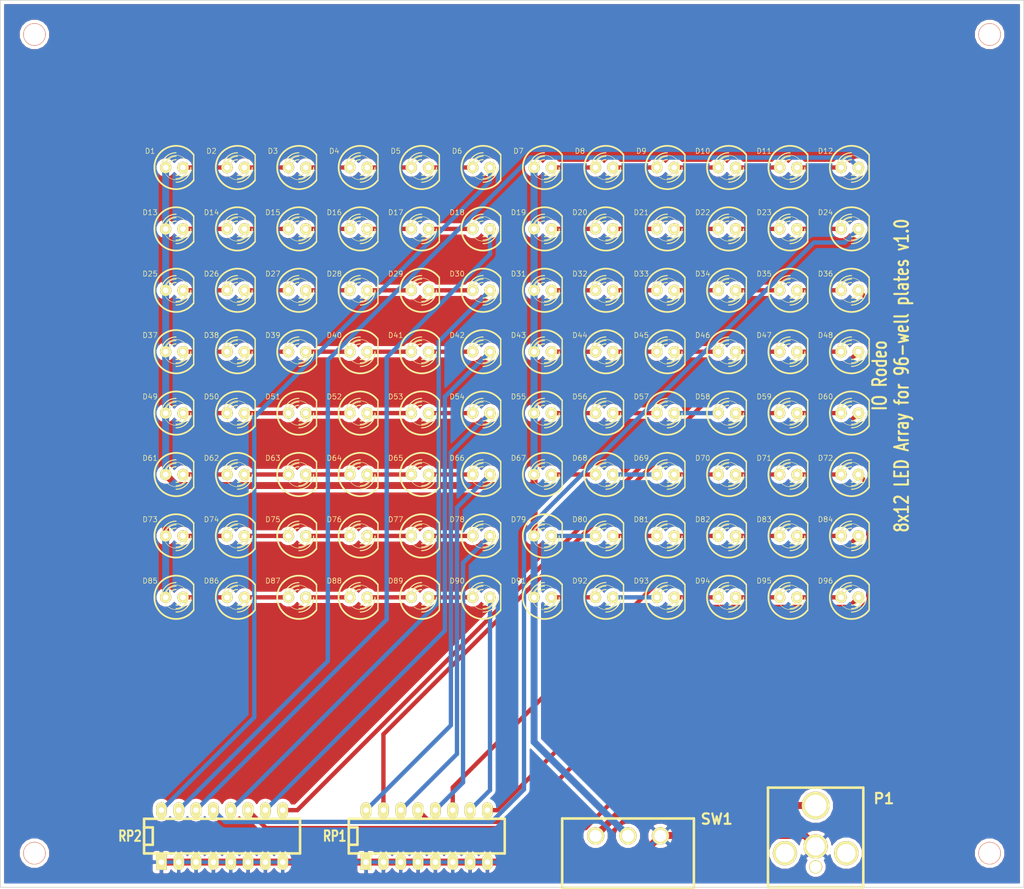
<source format=kicad_pcb>
(kicad_pcb (version 3) (host pcbnew "(2013-jul-07)-stable")
  (layers (15 F.Cu signal) (0 B.Cu signal) (18 B.Paste user) (19 F.Paste user) (20 B.SilkS user) (21 F.SilkS user) (22 B.Mask user) (23 F.Mask user) (28 Edge.Cuts user))
  (net 0 "")
  (net 1 /24V)
  (net 2 GND)
  (net 3 N-000001)
  (net 4 N-0000010)
  (net 5 N-0000011)
  (net 6 N-0000013)
  (net 7 N-0000014)
  (net 8 N-0000015)
  (net 9 N-0000016)
  (net 10 N-0000017)
  (net 11 N-0000018)
  (net 12 N-0000019)
  (net 13 N-000002)
  (net 14 N-0000020)
  (net 15 N-0000021)
  (net 16 N-0000022)
  (net 17 N-0000023)
  (net 18 N-0000024)
  (net 19 N-0000025)
  (net 20 N-0000026)
  (net 21 N-0000027)
  (net 22 N-0000028)
  (net 23 N-0000029)
  (net 24 N-000003)
  (net 25 N-0000030)
  (net 26 N-0000031)
  (net 27 N-0000032)
  (net 28 N-0000033)
  (net 29 N-0000034)
  (net 30 N-0000035)
  (net 31 N-0000036)
  (net 32 N-0000037)
  (net 33 N-0000038)
  (net 34 N-0000039)
  (net 35 N-000004)
  (net 36 N-0000040)
  (net 37 N-0000041)
  (net 38 N-0000042)
  (net 39 N-0000043)
  (net 40 N-0000044)
  (net 41 N-0000045)
  (net 42 N-0000046)
  (net 43 N-0000047)
  (net 44 N-0000048)
  (net 45 N-0000049)
  (net 46 N-000005)
  (net 47 N-0000050)
  (net 48 N-0000051)
  (net 49 N-0000052)
  (net 50 N-0000053)
  (net 51 N-0000054)
  (net 52 N-0000055)
  (net 53 N-0000056)
  (net 54 N-0000057)
  (net 55 N-0000058)
  (net 56 N-0000059)
  (net 57 N-0000060)
  (net 58 N-0000061)
  (net 59 N-0000062)
  (net 60 N-0000063)
  (net 61 N-0000064)
  (net 62 N-0000065)
  (net 63 N-0000066)
  (net 64 N-0000067)
  (net 65 N-0000068)
  (net 66 N-0000069)
  (net 67 N-000007)
  (net 68 N-0000070)
  (net 69 N-0000071)
  (net 70 N-0000072)
  (net 71 N-0000073)
  (net 72 N-0000074)
  (net 73 N-0000075)
  (net 74 N-0000076)
  (net 75 N-0000077)
  (net 76 N-0000078)
  (net 77 N-0000079)
  (net 78 N-000008)
  (net 79 N-0000080)
  (net 80 N-0000081)
  (net 81 N-0000082)
  (net 82 N-0000083)
  (net 83 N-0000084)
  (net 84 N-0000085)
  (net 85 N-0000086)
  (net 86 N-0000087)
  (net 87 N-0000088)
  (net 88 N-0000089)
  (net 89 N-000009)
  (net 90 N-0000090)
  (net 91 N-0000091)
  (net 92 N-0000092)
  (net 93 N-0000093)
  (net 94 N-0000094)
  (net 95 N-0000095)
  (net 96 N-0000096)
  (net 97 N-0000097)
  (net 98 N-0000098)
  (net 99 N-0000099)
  (module slide_switch (layer F.Cu) (at 130 161)
    (fp_text reference SW1 (at 13 -5) (layer F.SilkS) (effects (font (size 1.524 1.524) (thickness 0.3048))))
    (fp_text value SWITCH_INV hide)
    (pad 1 thru_hole circle (at -4.7498 -2.54) (size 2.54 2.54) (drill 1.778) (layers *.Cu *.Mask F.SilkS) (net 1 /24V))
    (pad 2 thru_hole circle (at 0 -2.54) (size 2.54 2.54) (drill 1.778) (layers *.Cu *.Mask F.SilkS) (net 3 N-000001))
    (pad 3 thru_hole circle (at 4.7498 -2.54) (size 2.54 2.54) (drill 1.778) (layers *.Cu *.Mask F.SilkS) (net 2 GND))
  )
  (module DIP-16__300_ELL (layer F.Cu) (at 100.5 158.5)
    (fp_text reference RP2 (at -43.5 0) (layer F.SilkS) (effects (font (size 1.524 1.143) (thickness 0.3048))))
    (fp_text value R_PACK8 hide)
    (pad 1 thru_hole rect (at -8.89 3.81) (size 1.5748 2.286) (drill 0.8128) (layers *.Cu *.Mask F.SilkS) (net 2 GND))
    (pad 2 thru_hole oval (at -6.35 3.81) (size 1.5748 2.286) (drill 0.8128) (layers *.Cu *.Mask F.SilkS) (net 2 GND))
    (pad 3 thru_hole oval (at -3.81 3.81) (size 1.5748 2.286) (drill 0.8128) (layers *.Cu *.Mask F.SilkS) (net 2 GND))
    (pad 4 thru_hole oval (at -1.27 3.81) (size 1.5748 2.286) (drill 0.8128) (layers *.Cu *.Mask F.SilkS) (net 2 GND))
    (pad 5 thru_hole oval (at 1.27 3.81) (size 1.5748 2.286) (drill 0.8128) (layers *.Cu *.Mask F.SilkS) (net 2 GND))
    (pad 6 thru_hole oval (at 3.81 3.81) (size 1.5748 2.286) (drill 0.8128) (layers *.Cu *.Mask F.SilkS) (net 2 GND))
    (pad 7 thru_hole oval (at 6.35 3.81) (size 1.5748 2.286) (drill 0.8128) (layers *.Cu *.Mask F.SilkS) (net 2 GND))
    (pad 8 thru_hole oval (at 8.89 3.81) (size 1.5748 2.286) (drill 0.8128) (layers *.Cu *.Mask F.SilkS) (net 2 GND))
    (pad 9 thru_hole oval (at 8.89 -3.81) (size 1.5748 2.286) (drill 0.8128) (layers *.Cu *.Mask F.SilkS) (net 67 N-000007))
    (pad 10 thru_hole oval (at 6.35 -3.81) (size 1.5748 2.286) (drill 0.8128) (layers *.Cu *.Mask F.SilkS) (net 15 N-0000021))
    (pad 11 thru_hole oval (at 3.81 -3.81) (size 1.5748 2.286) (drill 0.8128) (layers *.Cu *.Mask F.SilkS) (net 17 N-0000023))
    (pad 12 thru_hole oval (at 1.27 -3.81) (size 1.5748 2.286) (drill 0.8128) (layers *.Cu *.Mask F.SilkS) (net 7 N-0000014))
    (pad 13 thru_hole oval (at -1.27 -3.81) (size 1.5748 2.286) (drill 0.8128) (layers *.Cu *.Mask F.SilkS) (net 6 N-0000013))
    (pad 14 thru_hole oval (at -3.81 -3.81) (size 1.5748 2.286) (drill 0.8128) (layers *.Cu *.Mask F.SilkS) (net 14 N-0000020))
    (pad 15 thru_hole oval (at -6.35 -3.81) (size 1.5748 2.286) (drill 0.8128) (layers *.Cu *.Mask F.SilkS) (net 16 N-0000022))
    (pad 16 thru_hole oval (at -8.89 -3.81) (size 1.5748 2.286) (drill 0.8128) (layers *.Cu *.Mask F.SilkS) (net 8 N-0000015))
  )
  (module DIP-16__300_ELL (layer F.Cu) (at 70.5 158.5)
    (fp_text reference RP1 (at 16.5 0) (layer F.SilkS) (effects (font (size 1.524 1.143) (thickness 0.3048))))
    (fp_text value R_PACK8 hide)
    (pad 1 thru_hole rect (at -8.89 3.81) (size 1.5748 2.286) (drill 0.8128) (layers *.Cu *.Mask F.SilkS) (net 2 GND))
    (pad 2 thru_hole oval (at -6.35 3.81) (size 1.5748 2.286) (drill 0.8128) (layers *.Cu *.Mask F.SilkS) (net 2 GND))
    (pad 3 thru_hole oval (at -3.81 3.81) (size 1.5748 2.286) (drill 0.8128) (layers *.Cu *.Mask F.SilkS) (net 2 GND))
    (pad 4 thru_hole oval (at -1.27 3.81) (size 1.5748 2.286) (drill 0.8128) (layers *.Cu *.Mask F.SilkS) (net 2 GND))
    (pad 5 thru_hole oval (at 1.27 3.81) (size 1.5748 2.286) (drill 0.8128) (layers *.Cu *.Mask F.SilkS) (net 2 GND))
    (pad 6 thru_hole oval (at 3.81 3.81) (size 1.5748 2.286) (drill 0.8128) (layers *.Cu *.Mask F.SilkS) (net 2 GND))
    (pad 7 thru_hole oval (at 6.35 3.81) (size 1.5748 2.286) (drill 0.8128) (layers *.Cu *.Mask F.SilkS) (net 2 GND))
    (pad 8 thru_hole oval (at 8.89 3.81) (size 1.5748 2.286) (drill 0.8128) (layers *.Cu *.Mask F.SilkS) (net 2 GND))
    (pad 9 thru_hole oval (at 8.89 -3.81) (size 1.5748 2.286) (drill 0.8128) (layers *.Cu *.Mask F.SilkS) (net 9 N-0000016))
    (pad 10 thru_hole oval (at 6.35 -3.81) (size 1.5748 2.286) (drill 0.8128) (layers *.Cu *.Mask F.SilkS) (net 11 N-0000018))
    (pad 11 thru_hole oval (at 3.81 -3.81) (size 1.5748 2.286) (drill 0.8128) (layers *.Cu *.Mask F.SilkS) (net 13 N-000002))
    (pad 12 thru_hole oval (at 1.27 -3.81) (size 1.5748 2.286) (drill 0.8128) (layers *.Cu *.Mask F.SilkS) (net 35 N-000004))
    (pad 13 thru_hole oval (at -1.27 -3.81) (size 1.5748 2.286) (drill 0.8128) (layers *.Cu *.Mask F.SilkS) (net 46 N-000005))
    (pad 14 thru_hole oval (at -3.81 -3.81) (size 1.5748 2.286) (drill 0.8128) (layers *.Cu *.Mask F.SilkS) (net 24 N-000003))
    (pad 15 thru_hole oval (at -6.35 -3.81) (size 1.5748 2.286) (drill 0.8128) (layers *.Cu *.Mask F.SilkS) (net 12 N-0000019))
    (pad 16 thru_hole oval (at -8.89 -3.81) (size 1.5748 2.286) (drill 0.8128) (layers *.Cu *.Mask F.SilkS) (net 10 N-0000017))
  )
  (module DCJACK_2PIN_HIGHCURRENT (layer F.Cu) (at 157.5 166 180)
    (fp_text reference P1 (at -10 13 180) (layer F.SilkS) (effects (font (size 1.524 1.524) (thickness 0.3048))))
    (fp_text value CONN_2 hide)
    (pad "" thru_hole circle (at 0 2.9972 180) (size 1.9304 1.9304) (drill 1.6002) (layers *.Cu *.Mask F.SilkS))
    (pad 2 thru_hole circle (at 0 5.9944 180) (size 3.556 3.556) (drill 2.6924) (layers *.Cu *.Mask F.SilkS) (net 2 GND))
    (pad 1 thru_hole circle (at 0 11.9888 180) (size 4.064 4.064) (drill 3.1496) (layers *.Cu *.Mask F.SilkS) (net 1 /24V))
    (pad "" thru_hole circle (at -4.4958 5.0038 180) (size 3.556 3.556) (drill 2.6924) (layers *.Cu *.Mask F.SilkS))
    (pad "" thru_hole circle (at 4.4958 5.0038 180) (size 3.556 3.556) (drill 2.6924) (layers *.Cu *.Mask F.SilkS))
  )
  (module "CUSTOM2 LED-5MM" (layer F.Cu) (at 63.5 114.5)
    (fp_text reference D73 (at -3.556 -2.413) (layer F.SilkS) (effects (font (size 0.762 0.762) (thickness 0.0889))))
    (fp_text value LED hide)
    (pad 1 thru_hole circle (at -1.27 0) (size 1.6764 1.6764) (drill 0.8128) (layers *.Cu *.Mask F.Paste F.SilkS) (net 3 N-000001))
    (pad 2 thru_hole circle (at 1.27 0) (size 1.6764 1.6764) (drill 0.8128) (layers *.Cu *.Mask F.Paste F.SilkS) (net 68 N-0000070))
  )
  (module "CUSTOM2 LED-5MM" (layer F.Cu) (at 90.5 96.5)
    (fp_text reference D52 (at -3.556 -2.413) (layer F.SilkS) (effects (font (size 0.762 0.762) (thickness 0.0889))))
    (fp_text value LED hide)
    (pad 1 thru_hole circle (at -1.27 0) (size 1.6764 1.6764) (drill 0.8128) (layers *.Cu *.Mask F.Paste F.SilkS) (net 82 N-0000083))
    (pad 2 thru_hole circle (at 1.27 0) (size 1.6764 1.6764) (drill 0.8128) (layers *.Cu *.Mask F.Paste F.SilkS) (net 87 N-0000088))
  )
  (module "CUSTOM2 LED-5MM" (layer F.Cu) (at 162.5 105.5)
    (fp_text reference D72 (at -3.556 -2.413) (layer F.SilkS) (effects (font (size 0.762 0.762) (thickness 0.0889))))
    (fp_text value LED hide)
    (pad 1 thru_hole circle (at -1.27 0) (size 1.6764 1.6764) (drill 0.8128) (layers *.Cu *.Mask F.Paste F.SilkS) (net 69 N-0000071))
    (pad 2 thru_hole circle (at 1.27 0) (size 1.6764 1.6764) (drill 0.8128) (layers *.Cu *.Mask F.Paste F.SilkS) (net 6 N-0000013))
  )
  (module "CUSTOM2 LED-5MM" (layer F.Cu) (at 153.5 105.5)
    (fp_text reference D71 (at -3.556 -2.413) (layer F.SilkS) (effects (font (size 0.762 0.762) (thickness 0.0889))))
    (fp_text value LED hide)
    (pad 1 thru_hole circle (at -1.27 0) (size 1.6764 1.6764) (drill 0.8128) (layers *.Cu *.Mask F.Paste F.SilkS) (net 70 N-0000072))
    (pad 2 thru_hole circle (at 1.27 0) (size 1.6764 1.6764) (drill 0.8128) (layers *.Cu *.Mask F.Paste F.SilkS) (net 69 N-0000071))
  )
  (module "CUSTOM2 LED-5MM" (layer F.Cu) (at 144.5 105.5)
    (fp_text reference D70 (at -3.556 -2.413) (layer F.SilkS) (effects (font (size 0.762 0.762) (thickness 0.0889))))
    (fp_text value LED hide)
    (pad 1 thru_hole circle (at -1.27 0) (size 1.6764 1.6764) (drill 0.8128) (layers *.Cu *.Mask F.Paste F.SilkS) (net 71 N-0000073))
    (pad 2 thru_hole circle (at 1.27 0) (size 1.6764 1.6764) (drill 0.8128) (layers *.Cu *.Mask F.Paste F.SilkS) (net 70 N-0000072))
  )
  (module "CUSTOM2 LED-5MM" (layer F.Cu) (at 135.5 105.5)
    (fp_text reference D69 (at -3.556 -2.413) (layer F.SilkS) (effects (font (size 0.762 0.762) (thickness 0.0889))))
    (fp_text value LED hide)
    (pad 1 thru_hole circle (at -1.27 0) (size 1.6764 1.6764) (drill 0.8128) (layers *.Cu *.Mask F.Paste F.SilkS) (net 77 N-0000079))
    (pad 2 thru_hole circle (at 1.27 0) (size 1.6764 1.6764) (drill 0.8128) (layers *.Cu *.Mask F.Paste F.SilkS) (net 71 N-0000073))
  )
  (module "CUSTOM2 LED-5MM" (layer F.Cu) (at 126.5 105.5)
    (fp_text reference D68 (at -3.556 -2.413) (layer F.SilkS) (effects (font (size 0.762 0.762) (thickness 0.0889))))
    (fp_text value LED hide)
    (pad 1 thru_hole circle (at -1.27 0) (size 1.6764 1.6764) (drill 0.8128) (layers *.Cu *.Mask F.Paste F.SilkS) (net 93 N-0000093))
    (pad 2 thru_hole circle (at 1.27 0) (size 1.6764 1.6764) (drill 0.8128) (layers *.Cu *.Mask F.Paste F.SilkS) (net 77 N-0000079))
  )
  (module "CUSTOM2 LED-5MM" (layer F.Cu) (at 117.5 105.5)
    (fp_text reference D67 (at -3.556 -2.413) (layer F.SilkS) (effects (font (size 0.762 0.762) (thickness 0.0889))))
    (fp_text value LED hide)
    (pad 1 thru_hole circle (at -1.27 0) (size 1.6764 1.6764) (drill 0.8128) (layers *.Cu *.Mask F.Paste F.SilkS) (net 3 N-000001))
    (pad 2 thru_hole circle (at 1.27 0) (size 1.6764 1.6764) (drill 0.8128) (layers *.Cu *.Mask F.Paste F.SilkS) (net 93 N-0000093))
  )
  (module "CUSTOM2 LED-5MM" (layer F.Cu) (at 108.5 105.5)
    (fp_text reference D66 (at -3.556 -2.413) (layer F.SilkS) (effects (font (size 0.762 0.762) (thickness 0.0889))))
    (fp_text value LED hide)
    (pad 1 thru_hole circle (at -1.27 0) (size 1.6764 1.6764) (drill 0.8128) (layers *.Cu *.Mask F.Paste F.SilkS) (net 94 N-0000094))
    (pad 2 thru_hole circle (at 1.27 0) (size 1.6764 1.6764) (drill 0.8128) (layers *.Cu *.Mask F.Paste F.SilkS) (net 14 N-0000020))
  )
  (module "CUSTOM2 LED-5MM" (layer F.Cu) (at 99.5 105.5)
    (fp_text reference D65 (at -3.556 -2.413) (layer F.SilkS) (effects (font (size 0.762 0.762) (thickness 0.0889))))
    (fp_text value LED hide)
    (pad 1 thru_hole circle (at -1.27 0) (size 1.6764 1.6764) (drill 0.8128) (layers *.Cu *.Mask F.Paste F.SilkS) (net 95 N-0000095))
    (pad 2 thru_hole circle (at 1.27 0) (size 1.6764 1.6764) (drill 0.8128) (layers *.Cu *.Mask F.Paste F.SilkS) (net 94 N-0000094))
  )
  (module "CUSTOM2 LED-5MM" (layer F.Cu) (at 90.5 105.5)
    (fp_text reference D64 (at -3.556 -2.413) (layer F.SilkS) (effects (font (size 0.762 0.762) (thickness 0.0889))))
    (fp_text value LED hide)
    (pad 1 thru_hole circle (at -1.27 0) (size 1.6764 1.6764) (drill 0.8128) (layers *.Cu *.Mask F.Paste F.SilkS) (net 92 N-0000092))
    (pad 2 thru_hole circle (at 1.27 0) (size 1.6764 1.6764) (drill 0.8128) (layers *.Cu *.Mask F.Paste F.SilkS) (net 95 N-0000095))
  )
  (module "CUSTOM2 LED-5MM" (layer F.Cu) (at 81.5 105.5)
    (fp_text reference D63 (at -3.556 -2.413) (layer F.SilkS) (effects (font (size 0.762 0.762) (thickness 0.0889))))
    (fp_text value LED hide)
    (pad 1 thru_hole circle (at -1.27 0) (size 1.6764 1.6764) (drill 0.8128) (layers *.Cu *.Mask F.Paste F.SilkS) (net 96 N-0000096))
    (pad 2 thru_hole circle (at 1.27 0) (size 1.6764 1.6764) (drill 0.8128) (layers *.Cu *.Mask F.Paste F.SilkS) (net 92 N-0000092))
  )
  (module "CUSTOM2 LED-5MM" (layer F.Cu) (at 72.5 105.5)
    (fp_text reference D62 (at -3.556 -2.413) (layer F.SilkS) (effects (font (size 0.762 0.762) (thickness 0.0889))))
    (fp_text value LED hide)
    (pad 1 thru_hole circle (at -1.27 0) (size 1.6764 1.6764) (drill 0.8128) (layers *.Cu *.Mask F.Paste F.SilkS) (net 97 N-0000097))
    (pad 2 thru_hole circle (at 1.27 0) (size 1.6764 1.6764) (drill 0.8128) (layers *.Cu *.Mask F.Paste F.SilkS) (net 96 N-0000096))
  )
  (module "CUSTOM2 LED-5MM" (layer F.Cu) (at 63.5 105.5)
    (fp_text reference D61 (at -3.556 -2.413) (layer F.SilkS) (effects (font (size 0.762 0.762) (thickness 0.0889))))
    (fp_text value LED hide)
    (pad 1 thru_hole circle (at -1.27 0) (size 1.6764 1.6764) (drill 0.8128) (layers *.Cu *.Mask F.Paste F.SilkS) (net 3 N-000001))
    (pad 2 thru_hole circle (at 1.27 0) (size 1.6764 1.6764) (drill 0.8128) (layers *.Cu *.Mask F.Paste F.SilkS) (net 97 N-0000097))
  )
  (module "CUSTOM2 LED-5MM" (layer F.Cu) (at 162.5 96.5)
    (fp_text reference D60 (at -3.556 -2.413) (layer F.SilkS) (effects (font (size 0.762 0.762) (thickness 0.0889))))
    (fp_text value LED hide)
    (pad 1 thru_hole circle (at -1.27 0) (size 1.6764 1.6764) (drill 0.8128) (layers *.Cu *.Mask F.Paste F.SilkS) (net 98 N-0000098))
    (pad 2 thru_hole circle (at 1.27 0) (size 1.6764 1.6764) (drill 0.8128) (layers *.Cu *.Mask F.Paste F.SilkS) (net 16 N-0000022))
  )
  (module "CUSTOM2 LED-5MM" (layer F.Cu) (at 153.5 96.5)
    (fp_text reference D59 (at -3.556 -2.413) (layer F.SilkS) (effects (font (size 0.762 0.762) (thickness 0.0889))))
    (fp_text value LED hide)
    (pad 1 thru_hole circle (at -1.27 0) (size 1.6764 1.6764) (drill 0.8128) (layers *.Cu *.Mask F.Paste F.SilkS) (net 99 N-0000099))
    (pad 2 thru_hole circle (at 1.27 0) (size 1.6764 1.6764) (drill 0.8128) (layers *.Cu *.Mask F.Paste F.SilkS) (net 98 N-0000098))
  )
  (module "CUSTOM2 LED-5MM" (layer F.Cu) (at 144.5 96.5)
    (fp_text reference D58 (at -3.556 -2.413) (layer F.SilkS) (effects (font (size 0.762 0.762) (thickness 0.0889))))
    (fp_text value LED hide)
    (pad 1 thru_hole circle (at -1.27 0) (size 1.6764 1.6764) (drill 0.8128) (layers *.Cu *.Mask F.Paste F.SilkS) (net 83 N-0000084))
    (pad 2 thru_hole circle (at 1.27 0) (size 1.6764 1.6764) (drill 0.8128) (layers *.Cu *.Mask F.Paste F.SilkS) (net 99 N-0000099))
  )
  (module "CUSTOM2 LED-5MM" (layer F.Cu) (at 135.5 96.5)
    (fp_text reference D57 (at -3.556 -2.413) (layer F.SilkS) (effects (font (size 0.762 0.762) (thickness 0.0889))))
    (fp_text value LED hide)
    (pad 1 thru_hole circle (at -1.27 0) (size 1.6764 1.6764) (drill 0.8128) (layers *.Cu *.Mask F.Paste F.SilkS) (net 84 N-0000085))
    (pad 2 thru_hole circle (at 1.27 0) (size 1.6764 1.6764) (drill 0.8128) (layers *.Cu *.Mask F.Paste F.SilkS) (net 83 N-0000084))
  )
  (module "CUSTOM2 LED-5MM" (layer F.Cu) (at 126.5 96.5)
    (fp_text reference D56 (at -3.556 -2.413) (layer F.SilkS) (effects (font (size 0.762 0.762) (thickness 0.0889))))
    (fp_text value LED hide)
    (pad 1 thru_hole circle (at -1.27 0) (size 1.6764 1.6764) (drill 0.8128) (layers *.Cu *.Mask F.Paste F.SilkS) (net 85 N-0000086))
    (pad 2 thru_hole circle (at 1.27 0) (size 1.6764 1.6764) (drill 0.8128) (layers *.Cu *.Mask F.Paste F.SilkS) (net 84 N-0000085))
  )
  (module "CUSTOM2 LED-5MM" (layer F.Cu) (at 117.5 96.5)
    (fp_text reference D55 (at -3.556 -2.413) (layer F.SilkS) (effects (font (size 0.762 0.762) (thickness 0.0889))))
    (fp_text value LED hide)
    (pad 1 thru_hole circle (at -1.27 0) (size 1.6764 1.6764) (drill 0.8128) (layers *.Cu *.Mask F.Paste F.SilkS) (net 3 N-000001))
    (pad 2 thru_hole circle (at 1.27 0) (size 1.6764 1.6764) (drill 0.8128) (layers *.Cu *.Mask F.Paste F.SilkS) (net 85 N-0000086))
  )
  (module "CUSTOM2 LED-5MM" (layer F.Cu) (at 108.5 96.5)
    (fp_text reference D54 (at -3.556 -2.413) (layer F.SilkS) (effects (font (size 0.762 0.762) (thickness 0.0889))))
    (fp_text value LED hide)
    (pad 1 thru_hole circle (at -1.27 0) (size 1.6764 1.6764) (drill 0.8128) (layers *.Cu *.Mask F.Paste F.SilkS) (net 86 N-0000087))
    (pad 2 thru_hole circle (at 1.27 0) (size 1.6764 1.6764) (drill 0.8128) (layers *.Cu *.Mask F.Paste F.SilkS) (net 8 N-0000015))
  )
  (module "CUSTOM2 LED-5MM" (layer F.Cu) (at 99.5 96.5)
    (fp_text reference D53 (at -3.556 -2.413) (layer F.SilkS) (effects (font (size 0.762 0.762) (thickness 0.0889))))
    (fp_text value LED hide)
    (pad 1 thru_hole circle (at -1.27 0) (size 1.6764 1.6764) (drill 0.8128) (layers *.Cu *.Mask F.Paste F.SilkS) (net 87 N-0000088))
    (pad 2 thru_hole circle (at 1.27 0) (size 1.6764 1.6764) (drill 0.8128) (layers *.Cu *.Mask F.Paste F.SilkS) (net 86 N-0000087))
  )
  (module "CUSTOM2 LED-5MM" (layer F.Cu) (at 81.5 96.5)
    (fp_text reference D51 (at -3.556 -2.413) (layer F.SilkS) (effects (font (size 0.762 0.762) (thickness 0.0889))))
    (fp_text value LED hide)
    (pad 1 thru_hole circle (at -1.27 0) (size 1.6764 1.6764) (drill 0.8128) (layers *.Cu *.Mask F.Paste F.SilkS) (net 88 N-0000089))
    (pad 2 thru_hole circle (at 1.27 0) (size 1.6764 1.6764) (drill 0.8128) (layers *.Cu *.Mask F.Paste F.SilkS) (net 82 N-0000083))
  )
  (module "CUSTOM2 LED-5MM" (layer F.Cu) (at 63.5 123.5)
    (fp_text reference D85 (at -3.556 -2.413) (layer F.SilkS) (effects (font (size 0.762 0.762) (thickness 0.0889))))
    (fp_text value LED hide)
    (pad 1 thru_hole circle (at -1.27 0) (size 1.6764 1.6764) (drill 0.8128) (layers *.Cu *.Mask F.Paste F.SilkS) (net 3 N-000001))
    (pad 2 thru_hole circle (at 1.27 0) (size 1.6764 1.6764) (drill 0.8128) (layers *.Cu *.Mask F.Paste F.SilkS) (net 72 N-0000074))
  )
  (module "CUSTOM2 LED-5MM" (layer F.Cu) (at 162.5 123.5)
    (fp_text reference D96 (at -3.556 -2.413) (layer F.SilkS) (effects (font (size 0.762 0.762) (thickness 0.0889))))
    (fp_text value LED hide)
    (pad 1 thru_hole circle (at -1.27 0) (size 1.6764 1.6764) (drill 0.8128) (layers *.Cu *.Mask F.Paste F.SilkS) (net 78 N-000008))
    (pad 2 thru_hole circle (at 1.27 0) (size 1.6764 1.6764) (drill 0.8128) (layers *.Cu *.Mask F.Paste F.SilkS) (net 67 N-000007))
  )
  (module "CUSTOM2 LED-5MM" (layer F.Cu) (at 153.5 123.5)
    (fp_text reference D95 (at -3.556 -2.413) (layer F.SilkS) (effects (font (size 0.762 0.762) (thickness 0.0889))))
    (fp_text value LED hide)
    (pad 1 thru_hole circle (at -1.27 0) (size 1.6764 1.6764) (drill 0.8128) (layers *.Cu *.Mask F.Paste F.SilkS) (net 89 N-000009))
    (pad 2 thru_hole circle (at 1.27 0) (size 1.6764 1.6764) (drill 0.8128) (layers *.Cu *.Mask F.Paste F.SilkS) (net 78 N-000008))
  )
  (module "CUSTOM2 LED-5MM" (layer F.Cu) (at 144.5 123.5)
    (fp_text reference D94 (at -3.556 -2.413) (layer F.SilkS) (effects (font (size 0.762 0.762) (thickness 0.0889))))
    (fp_text value LED hide)
    (pad 1 thru_hole circle (at -1.27 0) (size 1.6764 1.6764) (drill 0.8128) (layers *.Cu *.Mask F.Paste F.SilkS) (net 4 N-0000010))
    (pad 2 thru_hole circle (at 1.27 0) (size 1.6764 1.6764) (drill 0.8128) (layers *.Cu *.Mask F.Paste F.SilkS) (net 89 N-000009))
  )
  (module "CUSTOM2 LED-5MM" (layer F.Cu) (at 135.5 123.5)
    (fp_text reference D93 (at -3.556 -2.413) (layer F.SilkS) (effects (font (size 0.762 0.762) (thickness 0.0889))))
    (fp_text value LED hide)
    (pad 1 thru_hole circle (at -1.27 0) (size 1.6764 1.6764) (drill 0.8128) (layers *.Cu *.Mask F.Paste F.SilkS) (net 5 N-0000011))
    (pad 2 thru_hole circle (at 1.27 0) (size 1.6764 1.6764) (drill 0.8128) (layers *.Cu *.Mask F.Paste F.SilkS) (net 4 N-0000010))
  )
  (module "CUSTOM2 LED-5MM" (layer F.Cu) (at 126.5 123.5)
    (fp_text reference D92 (at -3.556 -2.413) (layer F.SilkS) (effects (font (size 0.762 0.762) (thickness 0.0889))))
    (fp_text value LED hide)
    (pad 1 thru_hole circle (at -1.27 0) (size 1.6764 1.6764) (drill 0.8128) (layers *.Cu *.Mask F.Paste F.SilkS) (net 18 N-0000024))
    (pad 2 thru_hole circle (at 1.27 0) (size 1.6764 1.6764) (drill 0.8128) (layers *.Cu *.Mask F.Paste F.SilkS) (net 5 N-0000011))
  )
  (module "CUSTOM2 LED-5MM" (layer F.Cu) (at 117.5 123.5)
    (fp_text reference D91 (at -3.556 -2.413) (layer F.SilkS) (effects (font (size 0.762 0.762) (thickness 0.0889))))
    (fp_text value LED hide)
    (pad 1 thru_hole circle (at -1.27 0) (size 1.6764 1.6764) (drill 0.8128) (layers *.Cu *.Mask F.Paste F.SilkS) (net 3 N-000001))
    (pad 2 thru_hole circle (at 1.27 0) (size 1.6764 1.6764) (drill 0.8128) (layers *.Cu *.Mask F.Paste F.SilkS) (net 18 N-0000024))
  )
  (module "CUSTOM2 LED-5MM" (layer F.Cu) (at 108.5 123.5)
    (fp_text reference D90 (at -3.556 -2.413) (layer F.SilkS) (effects (font (size 0.762 0.762) (thickness 0.0889))))
    (fp_text value LED hide)
    (pad 1 thru_hole circle (at -1.27 0) (size 1.6764 1.6764) (drill 0.8128) (layers *.Cu *.Mask F.Paste F.SilkS) (net 73 N-0000075))
    (pad 2 thru_hole circle (at 1.27 0) (size 1.6764 1.6764) (drill 0.8128) (layers *.Cu *.Mask F.Paste F.SilkS) (net 15 N-0000021))
  )
  (module "CUSTOM2 LED-5MM" (layer F.Cu) (at 99.5 123.5)
    (fp_text reference D89 (at -3.556 -2.413) (layer F.SilkS) (effects (font (size 0.762 0.762) (thickness 0.0889))))
    (fp_text value LED hide)
    (pad 1 thru_hole circle (at -1.27 0) (size 1.6764 1.6764) (drill 0.8128) (layers *.Cu *.Mask F.Paste F.SilkS) (net 74 N-0000076))
    (pad 2 thru_hole circle (at 1.27 0) (size 1.6764 1.6764) (drill 0.8128) (layers *.Cu *.Mask F.Paste F.SilkS) (net 73 N-0000075))
  )
  (module "CUSTOM2 LED-5MM" (layer F.Cu) (at 90.5 123.5)
    (fp_text reference D88 (at -3.556 -2.413) (layer F.SilkS) (effects (font (size 0.762 0.762) (thickness 0.0889))))
    (fp_text value LED hide)
    (pad 1 thru_hole circle (at -1.27 0) (size 1.6764 1.6764) (drill 0.8128) (layers *.Cu *.Mask F.Paste F.SilkS) (net 75 N-0000077))
    (pad 2 thru_hole circle (at 1.27 0) (size 1.6764 1.6764) (drill 0.8128) (layers *.Cu *.Mask F.Paste F.SilkS) (net 74 N-0000076))
  )
  (module "CUSTOM2 LED-5MM" (layer F.Cu) (at 81.5 123.5)
    (fp_text reference D87 (at -3.556 -2.413) (layer F.SilkS) (effects (font (size 0.762 0.762) (thickness 0.0889))))
    (fp_text value LED hide)
    (pad 1 thru_hole circle (at -1.27 0) (size 1.6764 1.6764) (drill 0.8128) (layers *.Cu *.Mask F.Paste F.SilkS) (net 76 N-0000078))
    (pad 2 thru_hole circle (at 1.27 0) (size 1.6764 1.6764) (drill 0.8128) (layers *.Cu *.Mask F.Paste F.SilkS) (net 75 N-0000077))
  )
  (module "CUSTOM2 LED-5MM" (layer F.Cu) (at 72.5 123.5)
    (fp_text reference D86 (at -3.556 -2.413) (layer F.SilkS) (effects (font (size 0.762 0.762) (thickness 0.0889))))
    (fp_text value LED hide)
    (pad 1 thru_hole circle (at -1.27 0) (size 1.6764 1.6764) (drill 0.8128) (layers *.Cu *.Mask F.Paste F.SilkS) (net 72 N-0000074))
    (pad 2 thru_hole circle (at 1.27 0) (size 1.6764 1.6764) (drill 0.8128) (layers *.Cu *.Mask F.Paste F.SilkS) (net 76 N-0000078))
  )
  (module "CUSTOM2 LED-5MM" (layer F.Cu) (at 72.5 114.5)
    (fp_text reference D74 (at -3.556 -2.413) (layer F.SilkS) (effects (font (size 0.762 0.762) (thickness 0.0889))))
    (fp_text value LED hide)
    (pad 1 thru_hole circle (at -1.27 0) (size 1.6764 1.6764) (drill 0.8128) (layers *.Cu *.Mask F.Paste F.SilkS) (net 68 N-0000070))
    (pad 2 thru_hole circle (at 1.27 0) (size 1.6764 1.6764) (drill 0.8128) (layers *.Cu *.Mask F.Paste F.SilkS) (net 61 N-0000064))
  )
  (module "CUSTOM2 LED-5MM" (layer F.Cu) (at 162.5 114.5)
    (fp_text reference D84 (at -3.556 -2.413) (layer F.SilkS) (effects (font (size 0.762 0.762) (thickness 0.0889))))
    (fp_text value LED hide)
    (pad 1 thru_hole circle (at -1.27 0) (size 1.6764 1.6764) (drill 0.8128) (layers *.Cu *.Mask F.Paste F.SilkS) (net 79 N-0000080))
    (pad 2 thru_hole circle (at 1.27 0) (size 1.6764 1.6764) (drill 0.8128) (layers *.Cu *.Mask F.Paste F.SilkS) (net 17 N-0000023))
  )
  (module "CUSTOM2 LED-5MM" (layer F.Cu) (at 153.5 114.5)
    (fp_text reference D83 (at -3.556 -2.413) (layer F.SilkS) (effects (font (size 0.762 0.762) (thickness 0.0889))))
    (fp_text value LED hide)
    (pad 1 thru_hole circle (at -1.27 0) (size 1.6764 1.6764) (drill 0.8128) (layers *.Cu *.Mask F.Paste F.SilkS) (net 80 N-0000081))
    (pad 2 thru_hole circle (at 1.27 0) (size 1.6764 1.6764) (drill 0.8128) (layers *.Cu *.Mask F.Paste F.SilkS) (net 79 N-0000080))
  )
  (module "CUSTOM2 LED-5MM" (layer F.Cu) (at 144.5 114.5)
    (fp_text reference D82 (at -3.556 -2.413) (layer F.SilkS) (effects (font (size 0.762 0.762) (thickness 0.0889))))
    (fp_text value LED hide)
    (pad 1 thru_hole circle (at -1.27 0) (size 1.6764 1.6764) (drill 0.8128) (layers *.Cu *.Mask F.Paste F.SilkS) (net 81 N-0000082))
    (pad 2 thru_hole circle (at 1.27 0) (size 1.6764 1.6764) (drill 0.8128) (layers *.Cu *.Mask F.Paste F.SilkS) (net 80 N-0000081))
  )
  (module "CUSTOM2 LED-5MM" (layer F.Cu) (at 135.5 114.5)
    (fp_text reference D81 (at -3.556 -2.413) (layer F.SilkS) (effects (font (size 0.762 0.762) (thickness 0.0889))))
    (fp_text value LED hide)
    (pad 1 thru_hole circle (at -1.27 0) (size 1.6764 1.6764) (drill 0.8128) (layers *.Cu *.Mask F.Paste F.SilkS) (net 66 N-0000069))
    (pad 2 thru_hole circle (at 1.27 0) (size 1.6764 1.6764) (drill 0.8128) (layers *.Cu *.Mask F.Paste F.SilkS) (net 81 N-0000082))
  )
  (module "CUSTOM2 LED-5MM" (layer F.Cu) (at 126.5 114.5)
    (fp_text reference D80 (at -3.556 -2.413) (layer F.SilkS) (effects (font (size 0.762 0.762) (thickness 0.0889))))
    (fp_text value LED hide)
    (pad 1 thru_hole circle (at -1.27 0) (size 1.6764 1.6764) (drill 0.8128) (layers *.Cu *.Mask F.Paste F.SilkS) (net 62 N-0000065))
    (pad 2 thru_hole circle (at 1.27 0) (size 1.6764 1.6764) (drill 0.8128) (layers *.Cu *.Mask F.Paste F.SilkS) (net 66 N-0000069))
  )
  (module "CUSTOM2 LED-5MM" (layer F.Cu) (at 117.5 114.5)
    (fp_text reference D79 (at -3.556 -2.413) (layer F.SilkS) (effects (font (size 0.762 0.762) (thickness 0.0889))))
    (fp_text value LED hide)
    (pad 1 thru_hole circle (at -1.27 0) (size 1.6764 1.6764) (drill 0.8128) (layers *.Cu *.Mask F.Paste F.SilkS) (net 3 N-000001))
    (pad 2 thru_hole circle (at 1.27 0) (size 1.6764 1.6764) (drill 0.8128) (layers *.Cu *.Mask F.Paste F.SilkS) (net 62 N-0000065))
  )
  (module "CUSTOM2 LED-5MM" (layer F.Cu) (at 108.5 114.5)
    (fp_text reference D78 (at -3.556 -2.413) (layer F.SilkS) (effects (font (size 0.762 0.762) (thickness 0.0889))))
    (fp_text value LED hide)
    (pad 1 thru_hole circle (at -1.27 0) (size 1.6764 1.6764) (drill 0.8128) (layers *.Cu *.Mask F.Paste F.SilkS) (net 63 N-0000066))
    (pad 2 thru_hole circle (at 1.27 0) (size 1.6764 1.6764) (drill 0.8128) (layers *.Cu *.Mask F.Paste F.SilkS) (net 7 N-0000014))
  )
  (module "CUSTOM2 LED-5MM" (layer F.Cu) (at 99.5 114.5)
    (fp_text reference D77 (at -3.556 -2.413) (layer F.SilkS) (effects (font (size 0.762 0.762) (thickness 0.0889))))
    (fp_text value LED hide)
    (pad 1 thru_hole circle (at -1.27 0) (size 1.6764 1.6764) (drill 0.8128) (layers *.Cu *.Mask F.Paste F.SilkS) (net 64 N-0000067))
    (pad 2 thru_hole circle (at 1.27 0) (size 1.6764 1.6764) (drill 0.8128) (layers *.Cu *.Mask F.Paste F.SilkS) (net 63 N-0000066))
  )
  (module "CUSTOM2 LED-5MM" (layer F.Cu) (at 90.5 114.5)
    (fp_text reference D76 (at -3.556 -2.413) (layer F.SilkS) (effects (font (size 0.762 0.762) (thickness 0.0889))))
    (fp_text value LED hide)
    (pad 1 thru_hole circle (at -1.27 0) (size 1.6764 1.6764) (drill 0.8128) (layers *.Cu *.Mask F.Paste F.SilkS) (net 65 N-0000068))
    (pad 2 thru_hole circle (at 1.27 0) (size 1.6764 1.6764) (drill 0.8128) (layers *.Cu *.Mask F.Paste F.SilkS) (net 64 N-0000067))
  )
  (module "CUSTOM2 LED-5MM" (layer F.Cu) (at 81.5 114.5)
    (fp_text reference D75 (at -3.556 -2.413) (layer F.SilkS) (effects (font (size 0.762 0.762) (thickness 0.0889))))
    (fp_text value LED hide)
    (pad 1 thru_hole circle (at -1.27 0) (size 1.6764 1.6764) (drill 0.8128) (layers *.Cu *.Mask F.Paste F.SilkS) (net 61 N-0000064))
    (pad 2 thru_hole circle (at 1.27 0) (size 1.6764 1.6764) (drill 0.8128) (layers *.Cu *.Mask F.Paste F.SilkS) (net 65 N-0000068))
  )
  (module "CUSTOM2 LED-5MM" (layer F.Cu) (at 63.5 69.5)
    (fp_text reference D13 (at -3.556 -2.413) (layer F.SilkS) (effects (font (size 0.762 0.762) (thickness 0.0889))))
    (fp_text value LED hide)
    (pad 1 thru_hole circle (at -1.27 0) (size 1.6764 1.6764) (drill 0.8128) (layers *.Cu *.Mask F.Paste F.SilkS) (net 3 N-000001))
    (pad 2 thru_hole circle (at 1.27 0) (size 1.6764 1.6764) (drill 0.8128) (layers *.Cu *.Mask F.Paste F.SilkS) (net 60 N-0000063))
  )
  (module "CUSTOM2 LED-5MM" (layer F.Cu) (at 63.5 78.5)
    (fp_text reference D25 (at -3.556 -2.413) (layer F.SilkS) (effects (font (size 0.762 0.762) (thickness 0.0889))))
    (fp_text value LED hide)
    (pad 1 thru_hole circle (at -1.27 0) (size 1.6764 1.6764) (drill 0.8128) (layers *.Cu *.Mask F.Paste F.SilkS) (net 3 N-000001))
    (pad 2 thru_hole circle (at 1.27 0) (size 1.6764 1.6764) (drill 0.8128) (layers *.Cu *.Mask F.Paste F.SilkS) (net 28 N-0000033))
  )
  (module "CUSTOM2 LED-5MM" (layer F.Cu) (at 162.5 69.5)
    (fp_text reference D24 (at -3.556 -2.413) (layer F.SilkS) (effects (font (size 0.762 0.762) (thickness 0.0889))))
    (fp_text value LED hide)
    (pad 1 thru_hole circle (at -1.27 0) (size 1.6764 1.6764) (drill 0.8128) (layers *.Cu *.Mask F.Paste F.SilkS) (net 29 N-0000034))
    (pad 2 thru_hole circle (at 1.27 0) (size 1.6764 1.6764) (drill 0.8128) (layers *.Cu *.Mask F.Paste F.SilkS) (net 46 N-000005))
  )
  (module "CUSTOM2 LED-5MM" (layer F.Cu) (at 153.5 69.5)
    (fp_text reference D23 (at -3.556 -2.413) (layer F.SilkS) (effects (font (size 0.762 0.762) (thickness 0.0889))))
    (fp_text value LED hide)
    (pad 1 thru_hole circle (at -1.27 0) (size 1.6764 1.6764) (drill 0.8128) (layers *.Cu *.Mask F.Paste F.SilkS) (net 52 N-0000055))
    (pad 2 thru_hole circle (at 1.27 0) (size 1.6764 1.6764) (drill 0.8128) (layers *.Cu *.Mask F.Paste F.SilkS) (net 29 N-0000034))
  )
  (module "CUSTOM2 LED-5MM" (layer F.Cu) (at 144.5 69.5)
    (fp_text reference D22 (at -3.556 -2.413) (layer F.SilkS) (effects (font (size 0.762 0.762) (thickness 0.0889))))
    (fp_text value LED hide)
    (pad 1 thru_hole circle (at -1.27 0) (size 1.6764 1.6764) (drill 0.8128) (layers *.Cu *.Mask F.Paste F.SilkS) (net 53 N-0000056))
    (pad 2 thru_hole circle (at 1.27 0) (size 1.6764 1.6764) (drill 0.8128) (layers *.Cu *.Mask F.Paste F.SilkS) (net 52 N-0000055))
  )
  (module "CUSTOM2 LED-5MM" (layer F.Cu) (at 135.5 69.5)
    (fp_text reference D21 (at -3.556 -2.413) (layer F.SilkS) (effects (font (size 0.762 0.762) (thickness 0.0889))))
    (fp_text value LED hide)
    (pad 1 thru_hole circle (at -1.27 0) (size 1.6764 1.6764) (drill 0.8128) (layers *.Cu *.Mask F.Paste F.SilkS) (net 54 N-0000057))
    (pad 2 thru_hole circle (at 1.27 0) (size 1.6764 1.6764) (drill 0.8128) (layers *.Cu *.Mask F.Paste F.SilkS) (net 53 N-0000056))
  )
  (module "CUSTOM2 LED-5MM" (layer F.Cu) (at 126.5 69.5)
    (fp_text reference D20 (at -3.556 -2.413) (layer F.SilkS) (effects (font (size 0.762 0.762) (thickness 0.0889))))
    (fp_text value LED hide)
    (pad 1 thru_hole circle (at -1.27 0) (size 1.6764 1.6764) (drill 0.8128) (layers *.Cu *.Mask F.Paste F.SilkS) (net 55 N-0000058))
    (pad 2 thru_hole circle (at 1.27 0) (size 1.6764 1.6764) (drill 0.8128) (layers *.Cu *.Mask F.Paste F.SilkS) (net 54 N-0000057))
  )
  (module "CUSTOM2 LED-5MM" (layer F.Cu) (at 117.5 69.5)
    (fp_text reference D19 (at -3.556 -2.413) (layer F.SilkS) (effects (font (size 0.762 0.762) (thickness 0.0889))))
    (fp_text value LED hide)
    (pad 1 thru_hole circle (at -1.27 0) (size 1.6764 1.6764) (drill 0.8128) (layers *.Cu *.Mask F.Paste F.SilkS) (net 3 N-000001))
    (pad 2 thru_hole circle (at 1.27 0) (size 1.6764 1.6764) (drill 0.8128) (layers *.Cu *.Mask F.Paste F.SilkS) (net 55 N-0000058))
  )
  (module "CUSTOM2 LED-5MM" (layer F.Cu) (at 108.5 69.5)
    (fp_text reference D18 (at -3.556 -2.413) (layer F.SilkS) (effects (font (size 0.762 0.762) (thickness 0.0889))))
    (fp_text value LED hide)
    (pad 1 thru_hole circle (at -1.27 0) (size 1.6764 1.6764) (drill 0.8128) (layers *.Cu *.Mask F.Paste F.SilkS) (net 51 N-0000054))
    (pad 2 thru_hole circle (at 1.27 0) (size 1.6764 1.6764) (drill 0.8128) (layers *.Cu *.Mask F.Paste F.SilkS) (net 24 N-000003))
  )
  (module "CUSTOM2 LED-5MM" (layer F.Cu) (at 99.5 69.5)
    (fp_text reference D17 (at -3.556 -2.413) (layer F.SilkS) (effects (font (size 0.762 0.762) (thickness 0.0889))))
    (fp_text value LED hide)
    (pad 1 thru_hole circle (at -1.27 0) (size 1.6764 1.6764) (drill 0.8128) (layers *.Cu *.Mask F.Paste F.SilkS) (net 57 N-0000060))
    (pad 2 thru_hole circle (at 1.27 0) (size 1.6764 1.6764) (drill 0.8128) (layers *.Cu *.Mask F.Paste F.SilkS) (net 51 N-0000054))
  )
  (module "CUSTOM2 LED-5MM" (layer F.Cu) (at 90.5 69.5)
    (fp_text reference D16 (at -3.556 -2.413) (layer F.SilkS) (effects (font (size 0.762 0.762) (thickness 0.0889))))
    (fp_text value LED hide)
    (pad 1 thru_hole circle (at -1.27 0) (size 1.6764 1.6764) (drill 0.8128) (layers *.Cu *.Mask F.Paste F.SilkS) (net 58 N-0000061))
    (pad 2 thru_hole circle (at 1.27 0) (size 1.6764 1.6764) (drill 0.8128) (layers *.Cu *.Mask F.Paste F.SilkS) (net 57 N-0000060))
  )
  (module "CUSTOM2 LED-5MM" (layer F.Cu) (at 81.5 69.5)
    (fp_text reference D15 (at -3.556 -2.413) (layer F.SilkS) (effects (font (size 0.762 0.762) (thickness 0.0889))))
    (fp_text value LED hide)
    (pad 1 thru_hole circle (at -1.27 0) (size 1.6764 1.6764) (drill 0.8128) (layers *.Cu *.Mask F.Paste F.SilkS) (net 59 N-0000062))
    (pad 2 thru_hole circle (at 1.27 0) (size 1.6764 1.6764) (drill 0.8128) (layers *.Cu *.Mask F.Paste F.SilkS) (net 58 N-0000061))
  )
  (module "CUSTOM2 LED-5MM" (layer F.Cu) (at 72.5 69.5)
    (fp_text reference D14 (at -3.556 -2.413) (layer F.SilkS) (effects (font (size 0.762 0.762) (thickness 0.0889))))
    (fp_text value LED hide)
    (pad 1 thru_hole circle (at -1.27 0) (size 1.6764 1.6764) (drill 0.8128) (layers *.Cu *.Mask F.Paste F.SilkS) (net 60 N-0000063))
    (pad 2 thru_hole circle (at 1.27 0) (size 1.6764 1.6764) (drill 0.8128) (layers *.Cu *.Mask F.Paste F.SilkS) (net 59 N-0000062))
  )
  (module "CUSTOM2 LED-5MM" (layer F.Cu) (at 72.5 78.5)
    (fp_text reference D26 (at -3.556 -2.413) (layer F.SilkS) (effects (font (size 0.762 0.762) (thickness 0.0889))))
    (fp_text value LED hide)
    (pad 1 thru_hole circle (at -1.27 0) (size 1.6764 1.6764) (drill 0.8128) (layers *.Cu *.Mask F.Paste F.SilkS) (net 28 N-0000033))
    (pad 2 thru_hole circle (at 1.27 0) (size 1.6764 1.6764) (drill 0.8128) (layers *.Cu *.Mask F.Paste F.SilkS) (net 27 N-0000032))
  )
  (module "CUSTOM2 LED-5MM" (layer F.Cu) (at 162.5 60.5)
    (fp_text reference D12 (at -3.556 -2.413) (layer F.SilkS) (effects (font (size 0.762 0.762) (thickness 0.0889))))
    (fp_text value LED hide)
    (pad 1 thru_hole circle (at -1.27 0) (size 1.6764 1.6764) (drill 0.8128) (layers *.Cu *.Mask F.Paste F.SilkS) (net 40 N-0000044))
    (pad 2 thru_hole circle (at 1.27 0) (size 1.6764 1.6764) (drill 0.8128) (layers *.Cu *.Mask F.Paste F.SilkS) (net 12 N-0000019))
  )
  (module "CUSTOM2 LED-5MM" (layer F.Cu) (at 153.5 60.5)
    (fp_text reference D11 (at -3.556 -2.413) (layer F.SilkS) (effects (font (size 0.762 0.762) (thickness 0.0889))))
    (fp_text value LED hide)
    (pad 1 thru_hole circle (at -1.27 0) (size 1.6764 1.6764) (drill 0.8128) (layers *.Cu *.Mask F.Paste F.SilkS) (net 41 N-0000045))
    (pad 2 thru_hole circle (at 1.27 0) (size 1.6764 1.6764) (drill 0.8128) (layers *.Cu *.Mask F.Paste F.SilkS) (net 40 N-0000044))
  )
  (module "CUSTOM2 LED-5MM" (layer F.Cu) (at 144.5 60.5)
    (fp_text reference D10 (at -3.556 -2.413) (layer F.SilkS) (effects (font (size 0.762 0.762) (thickness 0.0889))))
    (fp_text value LED hide)
    (pad 1 thru_hole circle (at -1.27 0) (size 1.6764 1.6764) (drill 0.8128) (layers *.Cu *.Mask F.Paste F.SilkS) (net 42 N-0000046))
    (pad 2 thru_hole circle (at 1.27 0) (size 1.6764 1.6764) (drill 0.8128) (layers *.Cu *.Mask F.Paste F.SilkS) (net 41 N-0000045))
  )
  (module "CUSTOM2 LED-5MM" (layer F.Cu) (at 135.5 60.5)
    (fp_text reference D9 (at -3.556 -2.413) (layer F.SilkS) (effects (font (size 0.762 0.762) (thickness 0.0889))))
    (fp_text value LED hide)
    (pad 1 thru_hole circle (at -1.27 0) (size 1.6764 1.6764) (drill 0.8128) (layers *.Cu *.Mask F.Paste F.SilkS) (net 43 N-0000047))
    (pad 2 thru_hole circle (at 1.27 0) (size 1.6764 1.6764) (drill 0.8128) (layers *.Cu *.Mask F.Paste F.SilkS) (net 42 N-0000046))
  )
  (module "CUSTOM2 LED-5MM" (layer F.Cu) (at 126.5 60.5)
    (fp_text reference D8 (at -3.556 -2.413) (layer F.SilkS) (effects (font (size 0.762 0.762) (thickness 0.0889))))
    (fp_text value LED hide)
    (pad 1 thru_hole circle (at -1.27 0) (size 1.6764 1.6764) (drill 0.8128) (layers *.Cu *.Mask F.Paste F.SilkS) (net 44 N-0000048))
    (pad 2 thru_hole circle (at 1.27 0) (size 1.6764 1.6764) (drill 0.8128) (layers *.Cu *.Mask F.Paste F.SilkS) (net 43 N-0000047))
  )
  (module "CUSTOM2 LED-5MM" (layer F.Cu) (at 117.5 60.5)
    (fp_text reference D7 (at -3.556 -2.413) (layer F.SilkS) (effects (font (size 0.762 0.762) (thickness 0.0889))))
    (fp_text value LED hide)
    (pad 1 thru_hole circle (at -1.27 0) (size 1.6764 1.6764) (drill 0.8128) (layers *.Cu *.Mask F.Paste F.SilkS) (net 3 N-000001))
    (pad 2 thru_hole circle (at 1.27 0) (size 1.6764 1.6764) (drill 0.8128) (layers *.Cu *.Mask F.Paste F.SilkS) (net 44 N-0000048))
  )
  (module "CUSTOM2 LED-5MM" (layer F.Cu) (at 108.5 60.5)
    (fp_text reference D6 (at -3.556 -2.413) (layer F.SilkS) (effects (font (size 0.762 0.762) (thickness 0.0889))))
    (fp_text value LED hide)
    (pad 1 thru_hole circle (at -1.27 0) (size 1.6764 1.6764) (drill 0.8128) (layers *.Cu *.Mask F.Paste F.SilkS) (net 45 N-0000049))
    (pad 2 thru_hole circle (at 1.27 0) (size 1.6764 1.6764) (drill 0.8128) (layers *.Cu *.Mask F.Paste F.SilkS) (net 10 N-0000017))
  )
  (module "CUSTOM2 LED-5MM" (layer F.Cu) (at 99.5 60.5)
    (fp_text reference D5 (at -3.556 -2.413) (layer F.SilkS) (effects (font (size 0.762 0.762) (thickness 0.0889))))
    (fp_text value LED hide)
    (pad 1 thru_hole circle (at -1.27 0) (size 1.6764 1.6764) (drill 0.8128) (layers *.Cu *.Mask F.Paste F.SilkS) (net 47 N-0000050))
    (pad 2 thru_hole circle (at 1.27 0) (size 1.6764 1.6764) (drill 0.8128) (layers *.Cu *.Mask F.Paste F.SilkS) (net 45 N-0000049))
  )
  (module "CUSTOM2 LED-5MM" (layer F.Cu) (at 90.5 60.5)
    (fp_text reference D4 (at -3.556 -2.413) (layer F.SilkS) (effects (font (size 0.762 0.762) (thickness 0.0889))))
    (fp_text value LED hide)
    (pad 1 thru_hole circle (at -1.27 0) (size 1.6764 1.6764) (drill 0.8128) (layers *.Cu *.Mask F.Paste F.SilkS) (net 48 N-0000051))
    (pad 2 thru_hole circle (at 1.27 0) (size 1.6764 1.6764) (drill 0.8128) (layers *.Cu *.Mask F.Paste F.SilkS) (net 47 N-0000050))
  )
  (module "CUSTOM2 LED-5MM" (layer F.Cu) (at 81.5 60.5)
    (fp_text reference D3 (at -3.556 -2.413) (layer F.SilkS) (effects (font (size 0.762 0.762) (thickness 0.0889))))
    (fp_text value LED hide)
    (pad 1 thru_hole circle (at -1.27 0) (size 1.6764 1.6764) (drill 0.8128) (layers *.Cu *.Mask F.Paste F.SilkS) (net 49 N-0000052))
    (pad 2 thru_hole circle (at 1.27 0) (size 1.6764 1.6764) (drill 0.8128) (layers *.Cu *.Mask F.Paste F.SilkS) (net 48 N-0000051))
  )
  (module "CUSTOM2 LED-5MM" (layer F.Cu) (at 72.5 60.5)
    (fp_text reference D2 (at -3.556 -2.413) (layer F.SilkS) (effects (font (size 0.762 0.762) (thickness 0.0889))))
    (fp_text value LED hide)
    (pad 1 thru_hole circle (at -1.27 0) (size 1.6764 1.6764) (drill 0.8128) (layers *.Cu *.Mask F.Paste F.SilkS) (net 50 N-0000053))
    (pad 2 thru_hole circle (at 1.27 0) (size 1.6764 1.6764) (drill 0.8128) (layers *.Cu *.Mask F.Paste F.SilkS) (net 49 N-0000052))
  )
  (module "CUSTOM2 LED-5MM" (layer F.Cu) (at 72.5 87.5)
    (fp_text reference D38 (at -3.556 -2.413) (layer F.SilkS) (effects (font (size 0.762 0.762) (thickness 0.0889))))
    (fp_text value LED hide)
    (pad 1 thru_hole circle (at -1.27 0) (size 1.6764 1.6764) (drill 0.8128) (layers *.Cu *.Mask F.Paste F.SilkS) (net 38 N-0000042))
    (pad 2 thru_hole circle (at 1.27 0) (size 1.6764 1.6764) (drill 0.8128) (layers *.Cu *.Mask F.Paste F.SilkS) (net 37 N-0000041))
  )
  (module "CUSTOM2 LED-5MM" (layer F.Cu) (at 72.5 96.5)
    (fp_text reference D50 (at -3.556 -2.413) (layer F.SilkS) (effects (font (size 0.762 0.762) (thickness 0.0889))))
    (fp_text value LED hide)
    (pad 1 thru_hole circle (at -1.27 0) (size 1.6764 1.6764) (drill 0.8128) (layers *.Cu *.Mask F.Paste F.SilkS) (net 90 N-0000090))
    (pad 2 thru_hole circle (at 1.27 0) (size 1.6764 1.6764) (drill 0.8128) (layers *.Cu *.Mask F.Paste F.SilkS) (net 88 N-0000089))
  )
  (module "CUSTOM2 LED-5MM" (layer F.Cu) (at 63.5 96.5)
    (fp_text reference D49 (at -3.556 -2.413) (layer F.SilkS) (effects (font (size 0.762 0.762) (thickness 0.0889))))
    (fp_text value LED hide)
    (pad 1 thru_hole circle (at -1.27 0) (size 1.6764 1.6764) (drill 0.8128) (layers *.Cu *.Mask F.Paste F.SilkS) (net 3 N-000001))
    (pad 2 thru_hole circle (at 1.27 0) (size 1.6764 1.6764) (drill 0.8128) (layers *.Cu *.Mask F.Paste F.SilkS) (net 90 N-0000090))
  )
  (module "CUSTOM2 LED-5MM" (layer F.Cu) (at 162.5 87.5)
    (fp_text reference D48 (at -3.556 -2.413) (layer F.SilkS) (effects (font (size 0.762 0.762) (thickness 0.0889))))
    (fp_text value LED hide)
    (pad 1 thru_hole circle (at -1.27 0) (size 1.6764 1.6764) (drill 0.8128) (layers *.Cu *.Mask F.Paste F.SilkS) (net 91 N-0000091))
    (pad 2 thru_hole circle (at 1.27 0) (size 1.6764 1.6764) (drill 0.8128) (layers *.Cu *.Mask F.Paste F.SilkS) (net 9 N-0000016))
  )
  (module "CUSTOM2 LED-5MM" (layer F.Cu) (at 153.5 87.5)
    (fp_text reference D47 (at -3.556 -2.413) (layer F.SilkS) (effects (font (size 0.762 0.762) (thickness 0.0889))))
    (fp_text value LED hide)
    (pad 1 thru_hole circle (at -1.27 0) (size 1.6764 1.6764) (drill 0.8128) (layers *.Cu *.Mask F.Paste F.SilkS) (net 56 N-0000059))
    (pad 2 thru_hole circle (at 1.27 0) (size 1.6764 1.6764) (drill 0.8128) (layers *.Cu *.Mask F.Paste F.SilkS) (net 91 N-0000091))
  )
  (module "CUSTOM2 LED-5MM" (layer F.Cu) (at 144.5 87.5)
    (fp_text reference D46 (at -3.556 -2.413) (layer F.SilkS) (effects (font (size 0.762 0.762) (thickness 0.0889))))
    (fp_text value LED hide)
    (pad 1 thru_hole circle (at -1.27 0) (size 1.6764 1.6764) (drill 0.8128) (layers *.Cu *.Mask F.Paste F.SilkS) (net 31 N-0000036))
    (pad 2 thru_hole circle (at 1.27 0) (size 1.6764 1.6764) (drill 0.8128) (layers *.Cu *.Mask F.Paste F.SilkS) (net 56 N-0000059))
  )
  (module "CUSTOM2 LED-5MM" (layer F.Cu) (at 135.5 87.5)
    (fp_text reference D45 (at -3.556 -2.413) (layer F.SilkS) (effects (font (size 0.762 0.762) (thickness 0.0889))))
    (fp_text value LED hide)
    (pad 1 thru_hole circle (at -1.27 0) (size 1.6764 1.6764) (drill 0.8128) (layers *.Cu *.Mask F.Paste F.SilkS) (net 32 N-0000037))
    (pad 2 thru_hole circle (at 1.27 0) (size 1.6764 1.6764) (drill 0.8128) (layers *.Cu *.Mask F.Paste F.SilkS) (net 31 N-0000036))
  )
  (module "CUSTOM2 LED-5MM" (layer F.Cu) (at 126.5 87.5)
    (fp_text reference D44 (at -3.556 -2.413) (layer F.SilkS) (effects (font (size 0.762 0.762) (thickness 0.0889))))
    (fp_text value LED hide)
    (pad 1 thru_hole circle (at -1.27 0) (size 1.6764 1.6764) (drill 0.8128) (layers *.Cu *.Mask F.Paste F.SilkS) (net 33 N-0000038))
    (pad 2 thru_hole circle (at 1.27 0) (size 1.6764 1.6764) (drill 0.8128) (layers *.Cu *.Mask F.Paste F.SilkS) (net 32 N-0000037))
  )
  (module "CUSTOM2 LED-5MM" (layer F.Cu) (at 117.5 87.5)
    (fp_text reference D43 (at -3.556 -2.413) (layer F.SilkS) (effects (font (size 0.762 0.762) (thickness 0.0889))))
    (fp_text value LED hide)
    (pad 1 thru_hole circle (at -1.27 0) (size 1.6764 1.6764) (drill 0.8128) (layers *.Cu *.Mask F.Paste F.SilkS) (net 3 N-000001))
    (pad 2 thru_hole circle (at 1.27 0) (size 1.6764 1.6764) (drill 0.8128) (layers *.Cu *.Mask F.Paste F.SilkS) (net 33 N-0000038))
  )
  (module "CUSTOM2 LED-5MM" (layer F.Cu) (at 108.5 87.5)
    (fp_text reference D42 (at -3.556 -2.413) (layer F.SilkS) (effects (font (size 0.762 0.762) (thickness 0.0889))))
    (fp_text value LED hide)
    (pad 1 thru_hole circle (at -1.27 0) (size 1.6764 1.6764) (drill 0.8128) (layers *.Cu *.Mask F.Paste F.SilkS) (net 34 N-0000039))
    (pad 2 thru_hole circle (at 1.27 0) (size 1.6764 1.6764) (drill 0.8128) (layers *.Cu *.Mask F.Paste F.SilkS) (net 11 N-0000018))
  )
  (module "CUSTOM2 LED-5MM" (layer F.Cu) (at 99.5 87.5)
    (fp_text reference D41 (at -3.556 -2.413) (layer F.SilkS) (effects (font (size 0.762 0.762) (thickness 0.0889))))
    (fp_text value LED hide)
    (pad 1 thru_hole circle (at -1.27 0) (size 1.6764 1.6764) (drill 0.8128) (layers *.Cu *.Mask F.Paste F.SilkS) (net 30 N-0000035))
    (pad 2 thru_hole circle (at 1.27 0) (size 1.6764 1.6764) (drill 0.8128) (layers *.Cu *.Mask F.Paste F.SilkS) (net 34 N-0000039))
  )
  (module "CUSTOM2 LED-5MM" (layer F.Cu) (at 90.5 87.5)
    (fp_text reference D40 (at -3.556 -2.413) (layer F.SilkS) (effects (font (size 0.762 0.762) (thickness 0.0889))))
    (fp_text value LED hide)
    (pad 1 thru_hole circle (at -1.27 0) (size 1.6764 1.6764) (drill 0.8128) (layers *.Cu *.Mask F.Paste F.SilkS) (net 36 N-0000040))
    (pad 2 thru_hole circle (at 1.27 0) (size 1.6764 1.6764) (drill 0.8128) (layers *.Cu *.Mask F.Paste F.SilkS) (net 30 N-0000035))
  )
  (module "CUSTOM2 LED-5MM" (layer F.Cu) (at 81.5 87.5)
    (fp_text reference D39 (at -3.556 -2.413) (layer F.SilkS) (effects (font (size 0.762 0.762) (thickness 0.0889))))
    (fp_text value LED hide)
    (pad 1 thru_hole circle (at -1.27 0) (size 1.6764 1.6764) (drill 0.8128) (layers *.Cu *.Mask F.Paste F.SilkS) (net 37 N-0000041))
    (pad 2 thru_hole circle (at 1.27 0) (size 1.6764 1.6764) (drill 0.8128) (layers *.Cu *.Mask F.Paste F.SilkS) (net 36 N-0000040))
  )
  (module "CUSTOM2 LED-5MM" (layer F.Cu) (at 63.5 60.5)
    (fp_text reference D1 (at -3.556 -2.413) (layer F.SilkS) (effects (font (size 0.762 0.762) (thickness 0.0889))))
    (fp_text value LED hide)
    (pad 1 thru_hole circle (at -1.27 0) (size 1.6764 1.6764) (drill 0.8128) (layers *.Cu *.Mask F.Paste F.SilkS) (net 3 N-000001))
    (pad 2 thru_hole circle (at 1.27 0) (size 1.6764 1.6764) (drill 0.8128) (layers *.Cu *.Mask F.Paste F.SilkS) (net 50 N-0000053))
  )
  (module "CUSTOM2 LED-5MM" (layer F.Cu) (at 63.5 87.5)
    (fp_text reference D37 (at -3.556 -2.413) (layer F.SilkS) (effects (font (size 0.762 0.762) (thickness 0.0889))))
    (fp_text value LED hide)
    (pad 1 thru_hole circle (at -1.27 0) (size 1.6764 1.6764) (drill 0.8128) (layers *.Cu *.Mask F.Paste F.SilkS) (net 3 N-000001))
    (pad 2 thru_hole circle (at 1.27 0) (size 1.6764 1.6764) (drill 0.8128) (layers *.Cu *.Mask F.Paste F.SilkS) (net 38 N-0000042))
  )
  (module "CUSTOM2 LED-5MM" (layer F.Cu) (at 162.5 78.5)
    (fp_text reference D36 (at -3.556 -2.413) (layer F.SilkS) (effects (font (size 0.762 0.762) (thickness 0.0889))))
    (fp_text value LED hide)
    (pad 1 thru_hole circle (at -1.27 0) (size 1.6764 1.6764) (drill 0.8128) (layers *.Cu *.Mask F.Paste F.SilkS) (net 39 N-0000043))
    (pad 2 thru_hole circle (at 1.27 0) (size 1.6764 1.6764) (drill 0.8128) (layers *.Cu *.Mask F.Paste F.SilkS) (net 13 N-000002))
  )
  (module "CUSTOM2 LED-5MM" (layer F.Cu) (at 153.5 78.5)
    (fp_text reference D35 (at -3.556 -2.413) (layer F.SilkS) (effects (font (size 0.762 0.762) (thickness 0.0889))))
    (fp_text value LED hide)
    (pad 1 thru_hole circle (at -1.27 0) (size 1.6764 1.6764) (drill 0.8128) (layers *.Cu *.Mask F.Paste F.SilkS) (net 20 N-0000026))
    (pad 2 thru_hole circle (at 1.27 0) (size 1.6764 1.6764) (drill 0.8128) (layers *.Cu *.Mask F.Paste F.SilkS) (net 39 N-0000043))
  )
  (module "CUSTOM2 LED-5MM" (layer F.Cu) (at 144.5 78.5)
    (fp_text reference D34 (at -3.556 -2.413) (layer F.SilkS) (effects (font (size 0.762 0.762) (thickness 0.0889))))
    (fp_text value LED hide)
    (pad 1 thru_hole circle (at -1.27 0) (size 1.6764 1.6764) (drill 0.8128) (layers *.Cu *.Mask F.Paste F.SilkS) (net 21 N-0000027))
    (pad 2 thru_hole circle (at 1.27 0) (size 1.6764 1.6764) (drill 0.8128) (layers *.Cu *.Mask F.Paste F.SilkS) (net 20 N-0000026))
  )
  (module "CUSTOM2 LED-5MM" (layer F.Cu) (at 135.5 78.5)
    (fp_text reference D33 (at -3.556 -2.413) (layer F.SilkS) (effects (font (size 0.762 0.762) (thickness 0.0889))))
    (fp_text value LED hide)
    (pad 1 thru_hole circle (at -1.27 0) (size 1.6764 1.6764) (drill 0.8128) (layers *.Cu *.Mask F.Paste F.SilkS) (net 22 N-0000028))
    (pad 2 thru_hole circle (at 1.27 0) (size 1.6764 1.6764) (drill 0.8128) (layers *.Cu *.Mask F.Paste F.SilkS) (net 21 N-0000027))
  )
  (module "CUSTOM2 LED-5MM" (layer F.Cu) (at 126.5 78.5)
    (fp_text reference D32 (at -3.556 -2.413) (layer F.SilkS) (effects (font (size 0.762 0.762) (thickness 0.0889))))
    (fp_text value LED hide)
    (pad 1 thru_hole circle (at -1.27 0) (size 1.6764 1.6764) (drill 0.8128) (layers *.Cu *.Mask F.Paste F.SilkS) (net 23 N-0000029))
    (pad 2 thru_hole circle (at 1.27 0) (size 1.6764 1.6764) (drill 0.8128) (layers *.Cu *.Mask F.Paste F.SilkS) (net 22 N-0000028))
  )
  (module "CUSTOM2 LED-5MM" (layer F.Cu) (at 117.5 78.5)
    (fp_text reference D31 (at -3.556 -2.413) (layer F.SilkS) (effects (font (size 0.762 0.762) (thickness 0.0889))))
    (fp_text value LED hide)
    (pad 1 thru_hole circle (at -1.27 0) (size 1.6764 1.6764) (drill 0.8128) (layers *.Cu *.Mask F.Paste F.SilkS) (net 3 N-000001))
    (pad 2 thru_hole circle (at 1.27 0) (size 1.6764 1.6764) (drill 0.8128) (layers *.Cu *.Mask F.Paste F.SilkS) (net 23 N-0000029))
  )
  (module "CUSTOM2 LED-5MM" (layer F.Cu) (at 108.5 78.5)
    (fp_text reference D30 (at -3.556 -2.413) (layer F.SilkS) (effects (font (size 0.762 0.762) (thickness 0.0889))))
    (fp_text value LED hide)
    (pad 1 thru_hole circle (at -1.27 0) (size 1.6764 1.6764) (drill 0.8128) (layers *.Cu *.Mask F.Paste F.SilkS) (net 25 N-0000030))
    (pad 2 thru_hole circle (at 1.27 0) (size 1.6764 1.6764) (drill 0.8128) (layers *.Cu *.Mask F.Paste F.SilkS) (net 35 N-000004))
  )
  (module "CUSTOM2 LED-5MM" (layer F.Cu) (at 99.5 78.5)
    (fp_text reference D29 (at -3.556 -2.413) (layer F.SilkS) (effects (font (size 0.762 0.762) (thickness 0.0889))))
    (fp_text value LED hide)
    (pad 1 thru_hole circle (at -1.27 0) (size 1.6764 1.6764) (drill 0.8128) (layers *.Cu *.Mask F.Paste F.SilkS) (net 19 N-0000025))
    (pad 2 thru_hole circle (at 1.27 0) (size 1.6764 1.6764) (drill 0.8128) (layers *.Cu *.Mask F.Paste F.SilkS) (net 25 N-0000030))
  )
  (module "CUSTOM2 LED-5MM" (layer F.Cu) (at 90.5 78.5)
    (fp_text reference D28 (at -3.556 -2.413) (layer F.SilkS) (effects (font (size 0.762 0.762) (thickness 0.0889))))
    (fp_text value LED hide)
    (pad 1 thru_hole circle (at -1.27 0) (size 1.6764 1.6764) (drill 0.8128) (layers *.Cu *.Mask F.Paste F.SilkS) (net 26 N-0000031))
    (pad 2 thru_hole circle (at 1.27 0) (size 1.6764 1.6764) (drill 0.8128) (layers *.Cu *.Mask F.Paste F.SilkS) (net 19 N-0000025))
  )
  (module "CUSTOM2 LED-5MM" (layer F.Cu) (at 81.5 78.5)
    (fp_text reference D27 (at -3.556 -2.413) (layer F.SilkS) (effects (font (size 0.762 0.762) (thickness 0.0889))))
    (fp_text value LED hide)
    (pad 1 thru_hole circle (at -1.27 0) (size 1.6764 1.6764) (drill 0.8128) (layers *.Cu *.Mask F.Paste F.SilkS) (net 27 N-0000032))
    (pad 2 thru_hole circle (at 1.27 0) (size 1.6764 1.6764) (drill 0.8128) (layers *.Cu *.Mask F.Paste F.SilkS) (net 26 N-0000031))
  )
  (module MOUNT_HOLE_4_40_GND (layer F.Cu) (at 43 41)
    (fp_text reference M1 hide)
    (fp_text value 1 hide)
    (pad "" thru_hole circle (at 0 0) (size 3.302 3.302) (drill 3.048) (layers *.Cu *.SilkS *.Mask))
  )
  (module MOUNT_HOLE_4_40_GND (layer F.Cu) (at 43 161)
    (fp_text reference M4 hide)
    (fp_text value VAL** hide)
    (pad "" thru_hole circle (at 0 0) (size 3.302 3.302) (drill 3.048) (layers *.Cu *.SilkS *.Mask))
  )
  (module MOUNT_HOLE_4_40_GND (layer F.Cu) (at 183 161)
    (fp_text reference M3 hide)
    (fp_text value VAL** hide)
    (pad "" thru_hole circle (at 0 0) (size 3.302 3.302) (drill 3.048) (layers *.Cu *.SilkS *.Mask))
  )
  (module MOUNT_HOLE_4_40_GND (layer F.Cu) (at 183 41)
    (fp_text reference M2 hide)
    (fp_text value 2 hide)
    (pad "" thru_hole circle (at 0 0) (size 3.302 3.302) (drill 3.048) (layers *.Cu *.SilkS *.Mask))
  )
  (gr_text "IO Rodeo\n8x12 LED Array for 96-well plates v1.0" (at 168.5 91 90) (layer F.SilkS) (effects (font (size 2 1.5) (thickness 0.3))))
  (gr_line (start 188 36) (end 188 166) (angle 90) (layer Edge.Cuts) (width 0.1))
  (gr_line (start 38 166) (end 188 166) (angle 90) (layer Edge.Cuts) (width 0.1))
  (gr_line (start 38 36) (end 38 166) (angle 90) (layer Edge.Cuts) (width 0.1))
  (gr_line (start 38 36) (end 188 36) (angle 90) (layer Edge.Cuts) (width 0.1))
  (segment (start 129.699 154.0112) (end 125.2502 158.46) (width 1.016) (layer F.Cu) (net 1))
  (segment (start 157.5 154.0112) (end 129.699 154.0112) (width 1.016) (layer F.Cu) (net 1))
  (segment (start 76.85 162.31) (end 74.31 162.31) (width 1.016) (layer F.Cu) (net 2))
  (segment (start 74.31 162.31) (end 71.77 162.31) (width 1.016) (layer F.Cu) (net 2))
  (segment (start 71.77 162.31) (end 69.23 162.31) (width 1.016) (layer F.Cu) (net 2))
  (segment (start 69.23 162.31) (end 66.69 162.31) (width 1.016) (layer F.Cu) (net 2))
  (segment (start 66.69 162.31) (end 64.15 162.31) (width 1.016) (layer F.Cu) (net 2))
  (segment (start 64.15 162.31) (end 61.61 162.31) (width 1.016) (layer F.Cu) (net 2))
  (segment (start 106.85 162.31) (end 104.31 162.31) (width 1.016) (layer F.Cu) (net 2))
  (segment (start 104.31 162.31) (end 101.77 162.31) (width 1.016) (layer F.Cu) (net 2))
  (segment (start 101.77 162.31) (end 99.23 162.31) (width 1.016) (layer F.Cu) (net 2))
  (segment (start 99.23 162.31) (end 96.69 162.31) (width 1.016) (layer F.Cu) (net 2))
  (segment (start 96.69 162.31) (end 94.15 162.31) (width 1.016) (layer F.Cu) (net 2))
  (segment (start 94.15 162.31) (end 91.61 162.31) (width 1.016) (layer F.Cu) (net 2))
  (segment (start 106.85 162.31) (end 109.39 162.31) (width 1.016) (layer F.Cu) (net 2))
  (segment (start 130.8998 162.31) (end 134.7498 158.46) (width 1.016) (layer F.Cu) (net 2))
  (segment (start 109.39 162.31) (end 130.8998 162.31) (width 1.016) (layer F.Cu) (net 2))
  (segment (start 134.8012 158.4086) (end 134.7498 158.46) (width 1.016) (layer F.Cu) (net 2))
  (segment (start 155.903 158.4086) (end 134.8012 158.4086) (width 1.016) (layer F.Cu) (net 2))
  (segment (start 157.5 160.0056) (end 155.903 158.4086) (width 1.016) (layer F.Cu) (net 2))
  (segment (start 91.61 162.31) (end 79.39 162.31) (width 1.016) (layer F.Cu) (net 2))
  (segment (start 79.39 162.31) (end 76.85 162.31) (width 1.016) (layer F.Cu) (net 2))
  (segment (start 62.23 60.5) (end 62.23 69.5) (width 1.016) (layer B.Cu) (net 3))
  (segment (start 116.23 78.5) (end 116.23 69.5) (width 1.016) (layer B.Cu) (net 3))
  (segment (start 116.23 60.5) (end 116.23 69.5) (width 1.016) (layer B.Cu) (net 3))
  (segment (start 116.23 78.5) (end 116.23 87.5) (width 1.016) (layer B.Cu) (net 3))
  (segment (start 62.23 87.5) (end 62.23 78.5) (width 1.016) (layer B.Cu) (net 3))
  (segment (start 62.23 78.5) (end 62.23 69.5) (width 1.016) (layer B.Cu) (net 3))
  (segment (start 62.23 87.5) (end 62.23 96.5) (width 1.016) (layer B.Cu) (net 3))
  (segment (start 62.23 123.5) (end 62.23 114.5) (width 1.016) (layer B.Cu) (net 3))
  (segment (start 116.23 87.5) (end 116.23 96.5) (width 1.016) (layer B.Cu) (net 3))
  (segment (start 116.23 96.5) (end 116.23 105.5) (width 1.016) (layer B.Cu) (net 3))
  (segment (start 62.23 96.5) (end 62.23 105.5) (width 1.016) (layer B.Cu) (net 3))
  (segment (start 116.23 114.5) (end 116.23 123.5) (width 1.016) (layer B.Cu) (net 3))
  (segment (start 116.23 144.69) (end 130 158.46) (width 1.016) (layer B.Cu) (net 3))
  (segment (start 116.23 123.5) (end 116.23 144.69) (width 1.016) (layer B.Cu) (net 3))
  (segment (start 116.23 114.5) (end 116.23 107.1172) (width 1.016) (layer F.Cu) (net 3))
  (segment (start 116.23 107.1172) (end 116.23 105.5) (width 1.016) (layer F.Cu) (net 3))
  (segment (start 62.23 108.7344) (end 62.23 114.5) (width 1.016) (layer F.Cu) (net 3))
  (segment (start 63.8472 107.1172) (end 62.23 108.7344) (width 1.016) (layer F.Cu) (net 3))
  (segment (start 116.23 107.1172) (end 63.8472 107.1172) (width 1.016) (layer F.Cu) (net 3))
  (segment (start 63.8472 107.1172) (end 62.23 105.5) (width 1.016) (layer F.Cu) (net 3))
  (segment (start 136.77 123.5) (end 143.23 123.5) (width 0.635) (layer F.Cu) (net 4))
  (segment (start 127.77 123.5) (end 134.23 123.5) (width 0.635) (layer B.Cu) (net 5))
  (segment (start 100.9574 156.4174) (end 99.23 154.69) (width 0.635) (layer F.Cu) (net 6))
  (segment (start 113.6657 156.4174) (end 100.9574 156.4174) (width 0.635) (layer F.Cu) (net 6))
  (segment (start 136.0322 134.0509) (end 113.6657 156.4174) (width 0.635) (layer F.Cu) (net 6))
  (segment (start 155.2317 134.0509) (end 136.0322 134.0509) (width 0.635) (layer F.Cu) (net 6))
  (segment (start 165.1932 124.0894) (end 155.2317 134.0509) (width 0.635) (layer F.Cu) (net 6))
  (segment (start 165.1932 106.9232) (end 165.1932 124.0894) (width 0.635) (layer F.Cu) (net 6))
  (segment (start 163.77 105.5) (end 165.1932 106.9232) (width 0.635) (layer F.Cu) (net 6))
  (segment (start 105.82 150.64) (end 101.77 154.69) (width 0.635) (layer B.Cu) (net 7))
  (segment (start 105.82 118.45) (end 105.82 150.64) (width 0.635) (layer B.Cu) (net 7))
  (segment (start 109.77 114.5) (end 105.82 118.45) (width 0.635) (layer B.Cu) (net 7))
  (segment (start 104.0413 142.2587) (end 91.61 154.69) (width 0.635) (layer B.Cu) (net 8))
  (segment (start 104.0413 102.2287) (end 104.0413 142.2587) (width 0.635) (layer B.Cu) (net 8))
  (segment (start 109.77 96.5) (end 104.0413 102.2287) (width 0.635) (layer B.Cu) (net 8))
  (segment (start 79.39 154.69) (end 80.8124 154.69) (width 0.635) (layer F.Cu) (net 9))
  (segment (start 161.6723 89.5977) (end 163.77 87.5) (width 0.635) (layer F.Cu) (net 9))
  (segment (start 146.623 89.5977) (end 161.6723 89.5977) (width 0.635) (layer F.Cu) (net 9))
  (segment (start 81.5307 154.69) (end 146.623 89.5977) (width 0.635) (layer F.Cu) (net 9))
  (segment (start 80.8124 154.69) (end 81.5307 154.69) (width 0.635) (layer F.Cu) (net 9))
  (segment (start 75.2215 141.0785) (end 61.61 154.69) (width 0.635) (layer B.Cu) (net 10))
  (segment (start 75.2215 97.0955) (end 75.2215 141.0785) (width 0.635) (layer B.Cu) (net 10))
  (segment (start 109.77 62.547) (end 75.2215 97.0955) (width 0.635) (layer B.Cu) (net 10))
  (segment (start 109.77 60.5) (end 109.77 62.547) (width 0.635) (layer B.Cu) (net 10))
  (segment (start 103.152 128.388) (end 76.85 154.69) (width 0.635) (layer B.Cu) (net 11))
  (segment (start 103.152 94.118) (end 103.152 128.388) (width 0.635) (layer B.Cu) (net 11))
  (segment (start 109.77 87.5) (end 103.152 94.118) (width 0.635) (layer B.Cu) (net 11))
  (segment (start 86.0001 132.8399) (end 64.15 154.69) (width 0.635) (layer B.Cu) (net 12))
  (segment (start 86.0001 88.7359) (end 86.0001 132.8399) (width 0.635) (layer B.Cu) (net 12))
  (segment (start 115.693 59.043) (end 86.0001 88.7359) (width 0.635) (layer B.Cu) (net 12))
  (segment (start 162.313 59.043) (end 115.693 59.043) (width 0.635) (layer B.Cu) (net 12))
  (segment (start 163.77 60.5) (end 162.313 59.043) (width 0.635) (layer B.Cu) (net 12))
  (segment (start 166.0879 80.8179) (end 163.77 78.5) (width 0.635) (layer F.Cu) (net 13))
  (segment (start 166.0879 124.4709) (end 166.0879 80.8179) (width 0.635) (layer F.Cu) (net 13))
  (segment (start 152.5356 138.0232) (end 166.0879 124.4709) (width 0.635) (layer F.Cu) (net 13))
  (segment (start 143.0824 138.0232) (end 152.5356 138.0232) (width 0.635) (layer F.Cu) (net 13))
  (segment (start 123.7863 157.3193) (end 143.0824 138.0232) (width 0.635) (layer F.Cu) (net 13))
  (segment (start 76.9393 157.3193) (end 123.7863 157.3193) (width 0.635) (layer F.Cu) (net 13))
  (segment (start 74.31 154.69) (end 76.9393 157.3193) (width 0.635) (layer F.Cu) (net 13))
  (segment (start 104.9306 146.4494) (end 96.69 154.69) (width 0.635) (layer B.Cu) (net 14))
  (segment (start 104.9306 110.3394) (end 104.9306 146.4494) (width 0.635) (layer B.Cu) (net 14))
  (segment (start 109.77 105.5) (end 104.9306 110.3394) (width 0.635) (layer B.Cu) (net 14))
  (segment (start 109.77 151.77) (end 106.85 154.69) (width 0.635) (layer B.Cu) (net 15))
  (segment (start 109.77 123.5) (end 109.77 151.77) (width 0.635) (layer B.Cu) (net 15))
  (segment (start 94.15 143.5726) (end 94.15 154.69) (width 0.635) (layer F.Cu) (net 16))
  (segment (start 136.4187 101.3039) (end 94.15 143.5726) (width 0.635) (layer F.Cu) (net 16))
  (segment (start 158.9661 101.3039) (end 136.4187 101.3039) (width 0.635) (layer F.Cu) (net 16))
  (segment (start 163.77 96.5) (end 158.9661 101.3039) (width 0.635) (layer F.Cu) (net 16))
  (segment (start 104.31 151.3561) (end 104.31 154.69) (width 0.635) (layer F.Cu) (net 17))
  (segment (start 134.8239 120.8422) (end 104.31 151.3561) (width 0.635) (layer F.Cu) (net 17))
  (segment (start 157.4278 120.8422) (end 134.8239 120.8422) (width 0.635) (layer F.Cu) (net 17))
  (segment (start 163.77 114.5) (end 157.4278 120.8422) (width 0.635) (layer F.Cu) (net 17))
  (segment (start 118.77 123.5) (end 125.23 123.5) (width 0.635) (layer F.Cu) (net 18))
  (segment (start 91.77 78.5) (end 98.23 78.5) (width 0.635) (layer F.Cu) (net 19))
  (segment (start 145.77 78.5) (end 152.23 78.5) (width 0.635) (layer F.Cu) (net 20))
  (segment (start 136.77 78.5) (end 143.23 78.5) (width 0.635) (layer F.Cu) (net 21))
  (segment (start 127.77 78.5) (end 134.23 78.5) (width 0.635) (layer F.Cu) (net 22))
  (segment (start 118.77 78.5) (end 125.23 78.5) (width 0.635) (layer F.Cu) (net 23))
  (segment (start 109.77 73.2042) (end 109.77 69.5) (width 0.635) (layer B.Cu) (net 24))
  (segment (start 94.6286 88.3456) (end 109.77 73.2042) (width 0.635) (layer B.Cu) (net 24))
  (segment (start 94.6286 126.7514) (end 94.6286 88.3456) (width 0.635) (layer B.Cu) (net 24))
  (segment (start 66.69 154.69) (end 94.6286 126.7514) (width 0.635) (layer B.Cu) (net 24))
  (segment (start 100.77 78.5) (end 107.23 78.5) (width 0.635) (layer F.Cu) (net 25))
  (segment (start 82.77 78.5) (end 89.23 78.5) (width 0.635) (layer F.Cu) (net 26))
  (segment (start 80.23 78.5) (end 73.77 78.5) (width 0.635) (layer F.Cu) (net 27))
  (segment (start 71.23 78.5) (end 64.77 78.5) (width 0.635) (layer F.Cu) (net 28))
  (segment (start 154.77 69.5) (end 161.23 69.5) (width 0.635) (layer F.Cu) (net 29))
  (segment (start 91.77 87.5) (end 98.23 87.5) (width 0.635) (layer F.Cu) (net 30))
  (segment (start 136.77 87.5) (end 143.23 87.5) (width 0.635) (layer F.Cu) (net 31))
  (segment (start 127.77 87.5) (end 134.23 87.5) (width 0.635) (layer F.Cu) (net 32))
  (segment (start 118.77 87.5) (end 125.23 87.5) (width 0.635) (layer F.Cu) (net 33))
  (segment (start 100.77 87.5) (end 107.23 87.5) (width 0.635) (layer F.Cu) (net 34))
  (segment (start 102.2577 124.2023) (end 71.77 154.69) (width 0.635) (layer B.Cu) (net 35))
  (segment (start 102.2577 86.0123) (end 102.2577 124.2023) (width 0.635) (layer B.Cu) (net 35))
  (segment (start 109.77 78.5) (end 102.2577 86.0123) (width 0.635) (layer B.Cu) (net 35))
  (segment (start 82.77 87.5) (end 89.23 87.5) (width 0.635) (layer F.Cu) (net 36))
  (segment (start 80.23 87.5) (end 73.77 87.5) (width 0.635) (layer F.Cu) (net 37))
  (segment (start 64.77 87.5) (end 71.23 87.5) (width 0.635) (layer F.Cu) (net 38))
  (segment (start 154.77 78.5) (end 161.23 78.5) (width 0.635) (layer F.Cu) (net 39))
  (segment (start 154.77 60.5) (end 161.23 60.5) (width 0.635) (layer F.Cu) (net 40))
  (segment (start 145.77 60.5) (end 152.23 60.5) (width 0.635) (layer F.Cu) (net 41))
  (segment (start 136.77 60.5) (end 143.23 60.5) (width 0.635) (layer F.Cu) (net 42))
  (segment (start 127.77 60.5) (end 134.23 60.5) (width 0.635) (layer F.Cu) (net 43))
  (segment (start 118.77 60.5) (end 125.23 60.5) (width 0.635) (layer F.Cu) (net 44))
  (segment (start 100.77 60.5) (end 107.23 60.5) (width 0.635) (layer F.Cu) (net 45))
  (segment (start 70.9555 156.4155) (end 69.23 154.69) (width 0.635) (layer B.Cu) (net 46))
  (segment (start 110.0044 156.4155) (end 70.9555 156.4155) (width 0.635) (layer B.Cu) (net 46))
  (segment (start 114.753 151.6669) (end 110.0044 156.4155) (width 0.635) (layer B.Cu) (net 46))
  (segment (start 114.753 113.983) (end 114.753 151.6669) (width 0.635) (layer B.Cu) (net 46))
  (segment (start 157.2419 71.4941) (end 114.753 113.983) (width 0.635) (layer B.Cu) (net 46))
  (segment (start 161.7759 71.4941) (end 157.2419 71.4941) (width 0.635) (layer B.Cu) (net 46))
  (segment (start 163.77 69.5) (end 161.7759 71.4941) (width 0.635) (layer B.Cu) (net 46))
  (segment (start 91.77 60.5) (end 98.23 60.5) (width 0.635) (layer F.Cu) (net 47))
  (segment (start 82.77 60.5) (end 89.23 60.5) (width 0.635) (layer F.Cu) (net 48))
  (segment (start 73.77 60.5) (end 80.23 60.5) (width 0.635) (layer F.Cu) (net 49))
  (segment (start 64.77 60.5) (end 71.23 60.5) (width 0.635) (layer F.Cu) (net 50))
  (segment (start 100.77 69.5) (end 107.23 69.5) (width 0.635) (layer F.Cu) (net 51))
  (segment (start 145.77 69.5) (end 152.23 69.5) (width 0.635) (layer F.Cu) (net 52))
  (segment (start 136.77 69.5) (end 143.23 69.5) (width 0.635) (layer F.Cu) (net 53))
  (segment (start 127.77 69.5) (end 134.23 69.5) (width 0.635) (layer F.Cu) (net 54))
  (segment (start 118.77 69.5) (end 125.23 69.5) (width 0.635) (layer F.Cu) (net 55))
  (segment (start 145.77 87.5) (end 152.23 87.5) (width 0.635) (layer F.Cu) (net 56))
  (segment (start 91.77 69.5) (end 98.23 69.5) (width 0.635) (layer F.Cu) (net 57))
  (segment (start 82.77 69.5) (end 89.23 69.5) (width 0.635) (layer F.Cu) (net 58))
  (segment (start 73.77 69.5) (end 80.23 69.5) (width 0.635) (layer F.Cu) (net 59))
  (segment (start 71.23 69.5) (end 64.77 69.5) (width 0.635) (layer F.Cu) (net 60))
  (segment (start 80.23 114.5) (end 73.77 114.5) (width 0.635) (layer F.Cu) (net 61))
  (segment (start 118.77 114.5) (end 125.23 114.5) (width 0.635) (layer B.Cu) (net 62))
  (segment (start 100.77 114.5) (end 107.23 114.5) (width 0.635) (layer F.Cu) (net 63))
  (segment (start 91.77 114.5) (end 98.23 114.5) (width 0.635) (layer F.Cu) (net 64))
  (segment (start 82.77 114.5) (end 89.23 114.5) (width 0.635) (layer F.Cu) (net 65))
  (segment (start 127.77 114.5) (end 134.23 114.5) (width 0.635) (layer F.Cu) (net 66))
  (segment (start 140.5923 124.9101) (end 110.8124 154.69) (width 0.635) (layer F.Cu) (net 67))
  (segment (start 162.3599 124.9101) (end 140.5923 124.9101) (width 0.635) (layer F.Cu) (net 67))
  (segment (start 163.77 123.5) (end 162.3599 124.9101) (width 0.635) (layer F.Cu) (net 67))
  (segment (start 109.39 154.69) (end 110.8124 154.69) (width 0.635) (layer F.Cu) (net 67))
  (segment (start 71.23 114.5) (end 64.77 114.5) (width 0.635) (layer F.Cu) (net 68))
  (segment (start 154.77 105.5) (end 161.23 105.5) (width 0.635) (layer F.Cu) (net 69))
  (segment (start 145.77 105.5) (end 152.23 105.5) (width 0.635) (layer F.Cu) (net 70))
  (segment (start 136.77 105.5) (end 143.23 105.5) (width 0.635) (layer F.Cu) (net 71))
  (segment (start 71.23 123.5) (end 64.77 123.5) (width 0.635) (layer F.Cu) (net 72))
  (segment (start 100.77 123.5) (end 107.23 123.5) (width 0.635) (layer F.Cu) (net 73))
  (segment (start 91.77 123.5) (end 98.23 123.5) (width 0.635) (layer F.Cu) (net 74))
  (segment (start 82.77 123.5) (end 89.23 123.5) (width 0.635) (layer F.Cu) (net 75))
  (segment (start 73.77 123.5) (end 80.23 123.5) (width 0.635) (layer F.Cu) (net 76))
  (segment (start 127.77 105.5) (end 134.23 105.5) (width 0.635) (layer B.Cu) (net 77))
  (segment (start 154.77 123.5) (end 161.23 123.5) (width 0.635) (layer F.Cu) (net 78))
  (segment (start 154.77 114.5) (end 161.23 114.5) (width 0.635) (layer F.Cu) (net 79))
  (segment (start 145.77 114.5) (end 152.23 114.5) (width 0.635) (layer F.Cu) (net 80))
  (segment (start 136.77 114.5) (end 143.23 114.5) (width 0.635) (layer F.Cu) (net 81))
  (segment (start 82.77 96.5) (end 89.23 96.5) (width 0.635) (layer F.Cu) (net 82))
  (segment (start 136.77 96.5) (end 143.23 96.5) (width 0.635) (layer B.Cu) (net 83))
  (segment (start 127.77 96.5) (end 134.23 96.5) (width 0.635) (layer F.Cu) (net 84))
  (segment (start 118.77 96.5) (end 125.23 96.5) (width 0.635) (layer F.Cu) (net 85))
  (segment (start 100.77 96.5) (end 107.23 96.5) (width 0.635) (layer F.Cu) (net 86))
  (segment (start 98.23 96.5) (end 91.77 96.5) (width 0.635) (layer F.Cu) (net 87))
  (segment (start 73.77 96.5) (end 80.23 96.5) (width 0.635) (layer F.Cu) (net 88))
  (segment (start 145.77 123.5) (end 152.23 123.5) (width 0.635) (layer F.Cu) (net 89))
  (segment (start 64.77 96.5) (end 71.23 96.5) (width 0.635) (layer F.Cu) (net 90))
  (segment (start 154.77 87.5) (end 161.23 87.5) (width 0.635) (layer F.Cu) (net 91))
  (segment (start 82.77 105.5) (end 89.23 105.5) (width 0.635) (layer F.Cu) (net 92))
  (segment (start 118.77 105.5) (end 125.23 105.5) (width 0.635) (layer F.Cu) (net 93))
  (segment (start 100.77 105.5) (end 107.23 105.5) (width 0.635) (layer F.Cu) (net 94))
  (segment (start 91.77 105.5) (end 98.23 105.5) (width 0.635) (layer F.Cu) (net 95))
  (segment (start 73.77 105.5) (end 80.23 105.5) (width 0.635) (layer F.Cu) (net 96))
  (segment (start 64.77 105.5) (end 71.23 105.5) (width 0.635) (layer F.Cu) (net 97))
  (segment (start 154.77 96.5) (end 161.23 96.5) (width 0.635) (layer F.Cu) (net 98))
  (segment (start 145.77 96.5) (end 152.23 96.5) (width 0.635) (layer F.Cu) (net 99))
  (zone (net 2) (net_name GND) (layer F.Cu) (connect_pads (clearance 0.508)) (min_thickness 0.254) (fill (arc_segments 16) (thermal_gap 0.508) (thermal_bridge_width 0.508))
    (polygon (pts (xy 187.5 165.5) (xy 38.5 165.5) (xy 38.5 36.5) (xy 187.5 36.5)))
  )
  (zone (net 2) (net_name GND) (layer B.Cu) (connect_pads (clearance 0.508)) (min_thickness 0.254) (fill (arc_segments 16) (thermal_gap 0.508) (thermal_bridge_width 0.508))
    (polygon (pts (xy 187.5 165.5) (xy 38.5 165.5) (xy 38.5 36.5) (xy 187.5 36.5)))
  )
)
</source>
